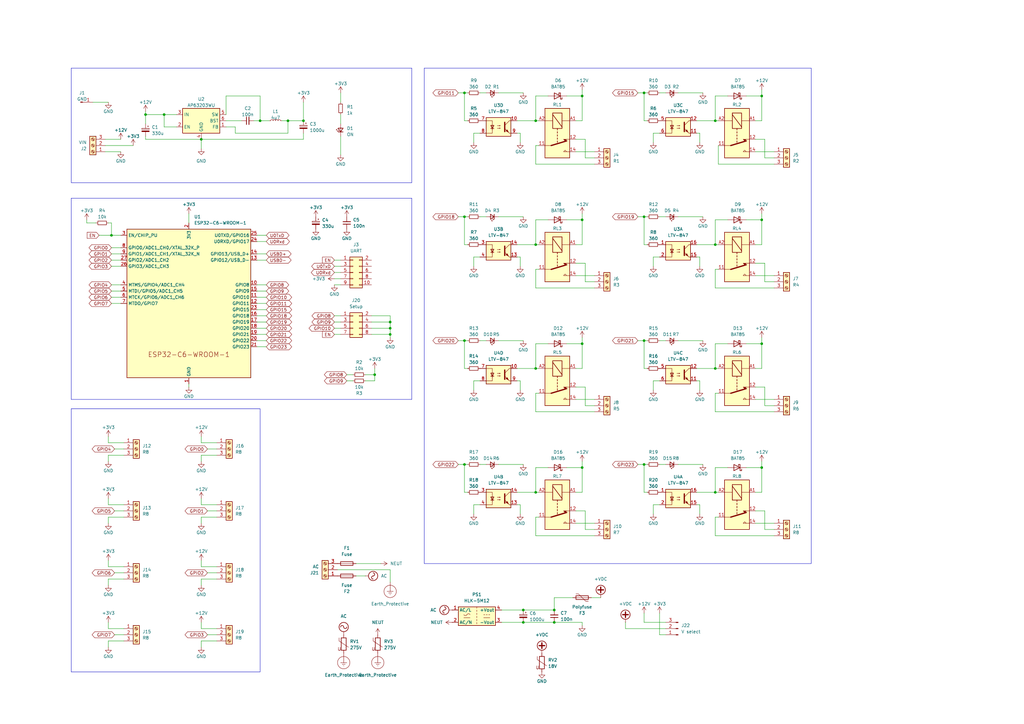
<source format=kicad_sch>
(kicad_sch (version 20250114) (generator "eeschema") (generator_version "9.0")
  (paper "A3")
  (rectangle (start 29.21 27.94) (end 168.91 74.93))
  (rectangle (start 173.99 27.94) (end 332.74 231.14))
  (rectangle (start 29.21 167.64) (end 106.68 275.59))
  (rectangle (start 29.21 81.28) (end 168.91 163.83))
  (junction (at 118.11 49.53))
  (junction (at 106.68 49.53))
  (junction (at 124.46 49.53))
  (junction (at 153.67 153.67))
  (junction (at 293.37 49.53))
  (junction (at 160.02 134.62))
  (junction (at 160.02 132.08))
  (junction (at 227.33 250.19))
  (junction (at 190.5 38.1))
  (junction (at 238.76 140.97))
  (junction (at 219.71 100.33))
  (junction (at 238.76 90.17))
  (junction (at 238.76 39.37))
  (junction (at 264.16 190.5))
  (junction (at 293.37 151.13))
  (junction (at 264.16 88.9))
  (junction (at 264.16 38.1))
  (junction (at 312.42 191.77))
  (junction (at 45.72 96.52))
  (junction (at 214.63 250.19))
  (junction (at 214.63 255.27))
  (junction (at 312.42 140.97))
  (junction (at 293.37 100.33))
  (junction (at 59.69 46.99))
  (junction (at 312.42 39.37))
  (junction (at 219.71 201.93))
  (junction (at 190.5 139.7))
  (junction (at 190.5 88.9))
  (junction (at 219.71 49.53))
  (junction (at 219.71 151.13))
  (junction (at 160.02 137.16))
  (junction (at 312.42 90.17))
  (junction (at 227.33 255.27))
  (junction (at 264.16 139.7))
  (junction (at 190.5 190.5))
  (junction (at 293.37 201.93))
  (junction (at 67.31 46.99))
  (junction (at 238.76 191.77))
  (junction (at 82.55 57.15))
  (wire (pts (xy 238.76 140.97) (xy 238.76 151.13)))
  (wire (pts (xy 139.7 46.99) (xy 139.7 50.8)))
  (wire (pts (xy 236.22 57.15) (xy 240.03 57.15)))
  (wire (pts (xy 44.45 91.44) (xy 45.72 91.44)))
  (wire (pts (xy 196.85 88.9) (xy 199.39 88.9)))
  (wire (pts (xy 264.16 38.1) (xy 265.43 38.1)))
  (wire (pts (xy 92.71 49.53) (xy 99.06 49.53)))
  (wire (pts (xy 106.68 49.53) (xy 104.14 49.53)))
  (wire (pts (xy 44.45 265.43) (xy 44.45 262.89)))
  (wire (pts (xy 312.42 90.17) (xy 312.42 100.33)))
  (wire (pts (xy 40.64 96.52) (xy 45.72 96.52)))
  (wire (pts (xy 85.09 260.35) (xy 88.9 260.35)))
  (wire (pts (xy 82.55 265.43) (xy 82.55 262.89)))
  (wire (pts (xy 96.52 54.61) (xy 96.52 52.07)))
  (wire (pts (xy 118.11 54.61) (xy 96.52 54.61)))
  (wire (pts (xy 45.72 91.44) (xy 45.72 96.52)))
  (wire (pts (xy 312.42 189.23) (xy 312.42 191.77)))
  (wire (pts (xy 270.51 251.46) (xy 270.51 260.35)))
  (wire (pts (xy 160.02 238.76) (xy 160.02 233.68)))
  (wire (pts (xy 152.4 132.08) (xy 160.02 132.08)))
  (wire (pts (xy 293.37 140.97) (xy 293.37 151.13)))
  (wire (pts (xy 190.5 201.93) (xy 190.5 190.5)))
  (wire (pts (xy 313.69 57.15) (xy 313.69 64.77)))
  (wire (pts (xy 139.7 55.88) (xy 139.7 63.5)))
  (wire (pts (xy 293.37 168.91) (xy 293.37 161.29)))
  (wire (pts (xy 149.86 153.67) (xy 153.67 153.67)))
  (wire (pts (xy 45.72 109.22) (xy 49.53 109.22)))
  (wire (pts (xy 287.02 160.02) (xy 287.02 156.21)))
  (wire (pts (xy 44.45 181.61) (xy 50.8 181.61)))
  (wire (pts (xy 213.36 105.41) (xy 212.09 105.41)))
  (wire (pts (xy 153.67 156.21) (xy 153.67 153.67)))
  (wire (pts (xy 238.76 189.23) (xy 238.76 191.77)))
  (wire (pts (xy 219.71 151.13) (xy 220.98 151.13)))
  (wire (pts (xy 312.42 201.93) (xy 309.88 201.93)))
  (wire (pts (xy 196.85 139.7) (xy 199.39 139.7)))
  (wire (pts (xy 72.39 46.99) (xy 67.31 46.99)))
  (wire (pts (xy 270.51 260.35) (xy 273.05 260.35)))
  (wire (pts (xy 77.47 157.48) (xy 77.47 158.75)))
  (wire (pts (xy 236.22 214.63) (xy 243.84 214.63)))
  (wire (pts (xy 43.18 62.23) (xy 49.53 62.23)))
  (wire (pts (xy 191.77 49.53) (xy 190.5 49.53)))
  (wire (pts (xy 82.55 257.81) (xy 88.9 257.81)))
  (wire (pts (xy 137.16 132.08) (xy 139.7 132.08)))
  (wire (pts (xy 278.13 88.9) (xy 288.29 88.9)))
  (wire (pts (xy 278.13 38.1) (xy 288.29 38.1)))
  (wire (pts (xy 219.71 67.31) (xy 219.71 59.69)))
  (wire (pts (xy 160.02 134.62) (xy 160.02 137.16)))
  (wire (pts (xy 267.97 207.01) (xy 270.51 207.01)))
  (wire (pts (xy 227.33 245.11) (xy 234.95 245.11)))
  (wire (pts (xy 190.5 100.33) (xy 190.5 88.9)))
  (wire (pts (xy 313.69 64.77) (xy 317.5 64.77)))
  (wire (pts (xy 265.43 201.93) (xy 264.16 201.93)))
  (wire (pts (xy 35.56 90.17) (xy 35.56 91.44)))
  (wire (pts (xy 44.45 189.23) (xy 44.45 186.69)))
  (wire (pts (xy 213.36 210.82) (xy 213.36 207.01)))
  (wire (pts (xy 212.09 100.33) (xy 219.71 100.33)))
  (wire (pts (xy 82.55 57.15) (xy 82.55 60.96)))
  (wire (pts (xy 238.76 90.17) (xy 238.76 100.33)))
  (wire (pts (xy 264.16 151.13) (xy 264.16 139.7)))
  (wire (pts (xy 137.16 114.3) (xy 139.7 114.3)))
  (wire (pts (xy 264.16 100.33) (xy 264.16 88.9)))
  (wire (pts (xy 256.54 255.27) (xy 256.54 257.81)))
  (wire (pts (xy 309.88 163.83) (xy 317.5 163.83)))
  (wire (pts (xy 105.41 127) (xy 109.22 127)))
  (wire (pts (xy 219.71 90.17) (xy 219.71 100.33)))
  (wire (pts (xy 105.41 119.38) (xy 109.22 119.38)))
  (wire (pts (xy 146.05 236.22) (xy 149.86 236.22)))
  (wire (pts (xy 285.75 201.93) (xy 293.37 201.93)))
  (wire (pts (xy 204.47 88.9) (xy 214.63 88.9)))
  (wire (pts (xy 219.71 219.71) (xy 219.71 212.09)))
  (wire (pts (xy 187.96 88.9) (xy 190.5 88.9)))
  (wire (pts (xy 191.77 151.13) (xy 190.5 151.13)))
  (wire (pts (xy 213.36 58.42) (xy 213.36 54.61)))
  (wire (pts (xy 312.42 36.83) (xy 312.42 39.37)))
  (wire (pts (xy 267.97 105.41) (xy 270.51 105.41)))
  (wire (pts (xy 238.76 191.77) (xy 238.76 201.93)))
  (wire (pts (xy 138.43 233.68) (xy 160.02 233.68)))
  (wire (pts (xy 265.43 49.53) (xy 264.16 49.53)))
  (wire (pts (xy 82.55 232.41) (xy 88.9 232.41)))
  (wire (pts (xy 243.84 118.11) (xy 219.71 118.11)))
  (wire (pts (xy 309.88 214.63) (xy 317.5 214.63)))
  (wire (pts (xy 105.41 129.54) (xy 109.22 129.54)))
  (wire (pts (xy 153.67 151.13) (xy 153.67 153.67)))
  (wire (pts (xy 309.88 62.23) (xy 317.5 62.23)))
  (wire (pts (xy 238.76 39.37) (xy 238.76 49.53)))
  (wire (pts (xy 267.97 210.82) (xy 267.97 207.01)))
  (wire (pts (xy 293.37 39.37) (xy 293.37 49.53)))
  (wire (pts (xy 212.09 151.13) (xy 219.71 151.13)))
  (wire (pts (xy 204.47 190.5) (xy 214.63 190.5)))
  (wire (pts (xy 194.31 105.41) (xy 196.85 105.41)))
  (wire (pts (xy 187.96 38.1) (xy 190.5 38.1)))
  (wire (pts (xy 265.43 100.33) (xy 264.16 100.33)))
  (wire (pts (xy 213.36 54.61) (xy 212.09 54.61)))
  (wire (pts (xy 44.45 179.07) (xy 44.45 181.61)))
  (wire (pts (xy 224.79 90.17) (xy 219.71 90.17)))
  (wire (pts (xy 243.84 168.91) (xy 219.71 168.91)))
  (wire (pts (xy 243.84 219.71) (xy 219.71 219.71)))
  (wire (pts (xy 232.41 90.17) (xy 238.76 90.17)))
  (wire (pts (xy 59.69 55.88) (xy 59.69 57.15)))
  (wire (pts (xy 287.02 54.61) (xy 285.75 54.61)))
  (wire (pts (xy 285.75 49.53) (xy 293.37 49.53)))
  (wire (pts (xy 152.4 134.62) (xy 160.02 134.62)))
  (wire (pts (xy 293.37 219.71) (xy 293.37 212.09)))
  (wire (pts (xy 236.22 113.03) (xy 243.84 113.03)))
  (wire (pts (xy 313.69 209.55) (xy 313.69 217.17)))
  (wire (pts (xy 312.42 49.53) (xy 309.88 49.53)))
  (wire (pts (xy 227.33 245.11) (xy 227.33 250.19)))
  (wire (pts (xy 43.18 57.15) (xy 49.53 57.15)))
  (wire (pts (xy 278.13 139.7) (xy 288.29 139.7)))
  (wire (pts (xy 124.46 57.15) (xy 82.55 57.15)))
  (wire (pts (xy 139.7 38.1) (xy 139.7 41.91)))
  (wire (pts (xy 160.02 129.54) (xy 160.02 132.08)))
  (wire (pts (xy 82.55 214.63) (xy 82.55 212.09)))
  (wire (pts (xy 219.71 118.11) (xy 219.71 110.49)))
  (wire (pts (xy 190.5 38.1) (xy 191.77 38.1)))
  (wire (pts (xy 264.16 201.93) (xy 264.16 190.5)))
  (wire (pts (xy 190.5 88.9) (xy 191.77 88.9)))
  (wire (pts (xy 224.79 140.97) (xy 219.71 140.97)))
  (wire (pts (xy 238.76 201.93) (xy 236.22 201.93)))
  (wire (pts (xy 309.88 113.03) (xy 317.5 113.03)))
  (wire (pts (xy 317.5 118.11) (xy 293.37 118.11)))
  (wire (pts (xy 160.02 132.08) (xy 160.02 134.62)))
  (wire (pts (xy 309.88 209.55) (xy 313.69 209.55)))
  (wire (pts (xy 190.5 190.5) (xy 191.77 190.5)))
  (wire (pts (xy 264.16 88.9) (xy 265.43 88.9)))
  (wire (pts (xy 219.71 201.93) (xy 220.98 201.93)))
  (wire (pts (xy 265.43 151.13) (xy 264.16 151.13)))
  (wire (pts (xy 293.37 110.49) (xy 294.64 110.49)))
  (wire (pts (xy 106.68 39.37) (xy 106.68 49.53)))
  (wire (pts (xy 270.51 190.5) (xy 273.05 190.5)))
  (wire (pts (xy 306.07 140.97) (xy 312.42 140.97)))
  (wire (pts (xy 236.22 62.23) (xy 243.84 62.23)))
  (wire (pts (xy 264.16 190.5) (xy 265.43 190.5)))
  (wire (pts (xy 45.72 121.92) (xy 49.53 121.92)))
  (wire (pts (xy 105.41 104.14) (xy 109.22 104.14)))
  (wire (pts (xy 309.88 158.75) (xy 313.69 158.75)))
  (wire (pts (xy 194.31 156.21) (xy 196.85 156.21)))
  (wire (pts (xy 137.16 111.76) (xy 139.7 111.76)))
  (wire (pts (xy 278.13 190.5) (xy 288.29 190.5)))
  (wire (pts (xy 105.41 116.84) (xy 109.22 116.84)))
  (wire (pts (xy 285.75 100.33) (xy 293.37 100.33)))
  (wire (pts (xy 312.42 100.33) (xy 309.88 100.33)))
  (wire (pts (xy 205.74 255.27) (xy 214.63 255.27)))
  (wire (pts (xy 82.55 186.69) (xy 88.9 186.69)))
  (wire (pts (xy 238.76 151.13) (xy 236.22 151.13)))
  (wire (pts (xy 224.79 39.37) (xy 219.71 39.37)))
  (wire (pts (xy 105.41 106.68) (xy 109.22 106.68)))
  (wire (pts (xy 118.11 49.53) (xy 124.46 49.53)))
  (wire (pts (xy 219.71 212.09) (xy 220.98 212.09)))
  (wire (pts (xy 44.45 214.63) (xy 44.45 212.09)))
  (wire (pts (xy 194.31 54.61) (xy 196.85 54.61)))
  (wire (pts (xy 146.05 231.14) (xy 156.21 231.14)))
  (wire (pts (xy 213.36 207.01) (xy 212.09 207.01)))
  (wire (pts (xy 224.79 191.77) (xy 219.71 191.77)))
  (wire (pts (xy 152.4 129.54) (xy 160.02 129.54)))
  (wire (pts (xy 85.09 184.15) (xy 88.9 184.15)))
  (wire (pts (xy 92.71 46.99) (xy 92.71 39.37)))
  (wire (pts (xy 44.45 212.09) (xy 50.8 212.09)))
  (wire (pts (xy 313.69 166.37) (xy 317.5 166.37)))
  (wire (pts (xy 85.09 234.95) (xy 88.9 234.95)))
  (wire (pts (xy 187.96 139.7) (xy 190.5 139.7)))
  (wire (pts (xy 219.71 161.29) (xy 220.98 161.29)))
  (wire (pts (xy 82.55 207.01) (xy 88.9 207.01)))
  (wire (pts (xy 287.02 105.41) (xy 285.75 105.41)))
  (wire (pts (xy 287.02 109.22) (xy 287.02 105.41)))
  (wire (pts (xy 293.37 118.11) (xy 293.37 110.49)))
  (wire (pts (xy 44.45 255.27) (xy 44.45 257.81)))
  (wire (pts (xy 82.55 262.89) (xy 88.9 262.89)))
  (wire (pts (xy 82.55 189.23) (xy 82.55 186.69)))
  (wire (pts (xy 44.45 262.89) (xy 50.8 262.89)))
  (wire (pts (xy 45.72 119.38) (xy 49.53 119.38)))
  (wire (pts (xy 44.45 257.81) (xy 50.8 257.81)))
  (wire (pts (xy 313.69 217.17) (xy 317.5 217.17)))
  (wire (pts (xy 45.72 116.84) (xy 49.53 116.84)))
  (wire (pts (xy 261.62 38.1) (xy 264.16 38.1)))
  (wire (pts (xy 44.45 204.47) (xy 44.45 207.01)))
  (wire (pts (xy 293.37 151.13) (xy 294.64 151.13)))
  (wire (pts (xy 219.71 59.69) (xy 220.98 59.69)))
  (wire (pts (xy 115.57 49.53) (xy 118.11 49.53)))
  (wire (pts (xy 298.45 140.97) (xy 293.37 140.97)))
  (wire (pts (xy 124.46 41.91) (xy 124.46 49.53)))
  (wire (pts (xy 44.45 207.01) (xy 50.8 207.01)))
  (wire (pts (xy 309.88 57.15) (xy 313.69 57.15)))
  (wire (pts (xy 219.71 140.97) (xy 219.71 151.13)))
  (wire (pts (xy 270.51 38.1) (xy 273.05 38.1)))
  (wire (pts (xy 105.41 142.24) (xy 109.22 142.24)))
  (wire (pts (xy 46.99 260.35) (xy 50.8 260.35)))
  (wire (pts (xy 46.99 234.95) (xy 50.8 234.95)))
  (wire (pts (xy 312.42 138.43) (xy 312.42 140.97)))
  (wire (pts (xy 270.51 88.9) (xy 273.05 88.9)))
  (wire (pts (xy 219.71 110.49) (xy 220.98 110.49)))
  (wire (pts (xy 160.02 137.16) (xy 160.02 138.43)))
  (wire (pts (xy 137.16 129.54) (xy 139.7 129.54)))
  (wire (pts (xy 85.09 209.55) (xy 88.9 209.55)))
  (wire (pts (xy 270.51 139.7) (xy 273.05 139.7)))
  (wire (pts (xy 105.41 132.08) (xy 109.22 132.08)))
  (wire (pts (xy 46.99 209.55) (xy 50.8 209.55)))
  (wire (pts (xy 261.62 139.7) (xy 264.16 139.7)))
  (wire (pts (xy 82.55 255.27) (xy 82.55 257.81)))
  (wire (pts (xy 285.75 151.13) (xy 293.37 151.13)))
  (wire (pts (xy 243.84 67.31) (xy 219.71 67.31)))
  (wire (pts (xy 44.45 186.69) (xy 50.8 186.69)))
  (wire (pts (xy 293.37 90.17) (xy 293.37 100.33)))
  (wire (pts (xy 267.97 109.22) (xy 267.97 105.41)))
  (wire (pts (xy 213.36 109.22) (xy 213.36 105.41)))
  (wire (pts (xy 267.97 54.61) (xy 270.51 54.61)))
  (wire (pts (xy 294.64 67.31) (xy 294.64 59.69)))
  (wire (pts (xy 45.72 104.14) (xy 49.53 104.14)))
  (wire (pts (xy 287.02 210.82) (xy 287.02 207.01)))
  (wire (pts (xy 312.42 140.97) (xy 312.42 151.13)))
  (wire (pts (xy 137.16 116.84) (xy 139.7 116.84)))
  (wire (pts (xy 264.16 49.53) (xy 264.16 38.1)))
  (wire (pts (xy 105.41 99.06) (xy 109.22 99.06)))
  (wire (pts (xy 240.03 57.15) (xy 240.03 64.77)))
  (wire (pts (xy 240.03 166.37) (xy 243.84 166.37)))
  (wire (pts (xy 264.16 251.46) (xy 264.16 255.27)))
  (wire (pts (xy 44.45 240.03) (xy 44.45 237.49)))
  (wire (pts (xy 264.16 255.27) (xy 273.05 255.27)))
  (wire (pts (xy 212.09 201.93) (xy 219.71 201.93)))
  (wire (pts (xy 312.42 87.63) (xy 312.42 90.17)))
  (wire (pts (xy 287.02 156.21) (xy 285.75 156.21)))
  (wire (pts (xy 105.41 121.92) (xy 109.22 121.92)))
  (wire (pts (xy 205.74 250.19) (xy 214.63 250.19)))
  (wire (pts (xy 142.24 156.21) (xy 144.78 156.21)))
  (wire (pts (xy 298.45 90.17) (xy 293.37 90.17)))
  (wire (pts (xy 213.36 160.02) (xy 213.36 156.21)))
  (wire (pts (xy 238.76 87.63) (xy 238.76 90.17)))
  (wire (pts (xy 44.45 232.41) (xy 50.8 232.41)))
  (wire (pts (xy 264.16 139.7) (xy 265.43 139.7)))
  (wire (pts (xy 293.37 49.53) (xy 294.64 49.53)))
  (wire (pts (xy 242.57 245.11) (xy 246.38 245.11)))
  (wire (pts (xy 240.03 64.77) (xy 243.84 64.77)))
  (wire (pts (xy 261.62 88.9) (xy 264.16 88.9)))
  (wire (pts (xy 293.37 100.33) (xy 294.64 100.33)))
  (wire (pts (xy 204.47 38.1) (xy 214.63 38.1)))
  (wire (pts (xy 238.76 256.54) (xy 238.76 255.27)))
  (wire (pts (xy 240.03 209.55) (xy 240.03 217.17)))
  (wire (pts (xy 240.03 158.75) (xy 240.03 166.37)))
  (wire (pts (xy 312.42 151.13) (xy 309.88 151.13)))
  (wire (pts (xy 312.42 191.77) (xy 312.42 201.93)))
  (wire (pts (xy 293.37 212.09) (xy 294.64 212.09)))
  (wire (pts (xy 190.5 49.53) (xy 190.5 38.1)))
  (wire (pts (xy 213.36 156.21) (xy 212.09 156.21)))
  (wire (pts (xy 45.72 106.68) (xy 49.53 106.68)))
  (wire (pts (xy 43.18 59.69) (xy 54.61 59.69)))
  (wire (pts (xy 139.7 106.68) (xy 137.16 106.68)))
  (wire (pts (xy 240.03 217.17) (xy 243.84 217.17)))
  (wire (pts (xy 232.41 140.97) (xy 238.76 140.97)))
  (wire (pts (xy 137.16 134.62) (xy 139.7 134.62)))
  (wire (pts (xy 187.96 190.5) (xy 190.5 190.5)))
  (wire (pts (xy 287.02 58.42) (xy 287.02 54.61)))
  (wire (pts (xy 191.77 201.93) (xy 190.5 201.93)))
  (wire (pts (xy 82.55 181.61) (xy 88.9 181.61)))
  (wire (pts (xy 190.5 151.13) (xy 190.5 139.7)))
  (wire (pts (xy 306.07 90.17) (xy 312.42 90.17)))
  (wire (pts (xy 194.31 210.82) (xy 194.31 207.01)))
  (wire (pts (xy 238.76 36.83) (xy 238.76 39.37)))
  (wire (pts (xy 67.31 46.99) (xy 67.31 52.07)))
  (wire (pts (xy 219.71 168.91) (xy 219.71 161.29)))
  (wire (pts (xy 137.16 109.22) (xy 139.7 109.22)))
  (wire (pts (xy 35.56 91.44) (xy 39.37 91.44)))
  (wire (pts (xy 309.88 107.95) (xy 313.69 107.95)))
  (wire (pts (xy 293.37 161.29) (xy 294.64 161.29)))
  (wire (pts (xy 298.45 191.77) (xy 293.37 191.77)))
  (wire (pts (xy 240.03 107.95) (xy 240.03 115.57)))
  (wire (pts (xy 204.47 139.7) (xy 214.63 139.7)))
  (wire (pts (xy 232.41 191.77) (xy 238.76 191.77)))
  (wire (pts (xy 194.31 109.22) (xy 194.31 105.41)))
  (wire (pts (xy 298.45 39.37) (xy 293.37 39.37)))
  (wire (pts (xy 236.22 163.83) (xy 243.84 163.83)))
  (wire (pts (xy 194.31 207.01) (xy 196.85 207.01)))
  (wire (pts (xy 256.54 257.81) (xy 273.05 257.81)))
  (wire (pts (xy 214.63 250.19) (xy 227.33 250.19)))
  (wire (pts (xy 238.76 138.43) (xy 238.76 140.97)))
  (wire (pts (xy 105.41 124.46) (xy 109.22 124.46)))
  (wire (pts (xy 59.69 57.15) (xy 82.55 57.15)))
  (wire (pts (xy 46.99 184.15) (xy 50.8 184.15)))
  (wire (pts (xy 105.41 134.62) (xy 109.22 134.62)))
  (wire (pts (xy 45.72 124.46) (xy 49.53 124.46)))
  (wire (pts (xy 317.5 67.31) (xy 294.64 67.31)))
  (wire (pts (xy 44.45 237.49) (xy 50.8 237.49)))
  (wire (pts (xy 313.69 158.75) (xy 313.69 166.37)))
  (wire (pts (xy 82.55 229.87) (xy 82.55 232.41)))
  (wire (pts (xy 313.69 107.95) (xy 313.69 115.57)))
  (wire (pts (xy 312.42 39.37) (xy 312.42 49.53)))
  (wire (pts (xy 219.71 39.37) (xy 219.71 49.53)))
  (wire (pts (xy 267.97 58.42) (xy 267.97 54.61)))
  (wire (pts (xy 105.41 96.52) (xy 109.22 96.52)))
  (wire (pts (xy 238.76 255.27) (xy 227.33 255.27)))
  (wire (pts (xy 219.71 100.33) (xy 220.98 100.33)))
  (wire (pts (xy 293.37 201.93) (xy 294.64 201.93)))
  (wire (pts (xy 106.68 49.53) (xy 110.49 49.53)))
  (wire (pts (xy 293.37 191.77) (xy 293.37 201.93)))
  (wire (pts (xy 105.41 139.7) (xy 109.22 139.7)))
  (wire (pts (xy 287.02 207.01) (xy 285.75 207.01)))
  (wire (pts (xy 212.09 49.53) (xy 219.71 49.53)))
  (wire (pts (xy 38.1 41.91) (xy 44.45 41.91)))
  (wire (pts (xy 45.72 96.52) (xy 49.53 96.52)))
  (wire (pts (xy 77.47 87.63) (xy 77.47 91.44)))
  (wire (pts (xy 82.55 179.07) (xy 82.55 181.61)))
  (wire (pts (xy 236.22 209.55) (xy 240.03 209.55)))
  (wire (pts (xy 124.46 54.61) (xy 124.46 57.15)))
  (wire (pts (xy 261.62 190.5) (xy 264.16 190.5)))
  (wire (pts (xy 306.07 191.77) (xy 312.42 191.77)))
  (wire (pts (xy 105.41 137.16) (xy 109.22 137.16)))
  (wire (pts (xy 219.71 49.53) (xy 220.98 49.53)))
  (wire (pts (xy 306.07 39.37) (xy 312.42 39.37)))
  (wire (pts (xy 82.55 240.03) (xy 82.55 237.49)))
  (wire (pts (xy 59.69 46.99) (xy 59.69 50.8)))
  (wire (pts (xy 96.52 52.07) (xy 92.71 52.07)))
  (wire (pts (xy 59.69 46.99) (xy 67.31 46.99)))
  (wire (pts (xy 142.24 153.67) (xy 144.78 153.67)))
  (wire (pts (xy 82.55 237.49) (xy 88.9 237.49)))
  (wire (pts (xy 219.71 191.77) (xy 219.71 201.93)))
  (wire (pts (xy 137.16 137.16) (xy 139.7 137.16)))
  (wire (pts (xy 45.72 101.6) (xy 49.53 101.6)))
  (wire (pts (xy 267.97 156.21) (xy 270.51 156.21)))
  (wire (pts (xy 214.63 255.27) (xy 227.33 255.27)))
  (wire (pts (xy 196.85 38.1) (xy 199.39 38.1)))
  (wire (pts (xy 152.4 137.16) (xy 160.02 137.16)))
  (wire (pts (xy 44.45 229.87) (xy 44.45 232.41)))
  (wire (pts (xy 317.5 219.71) (xy 293.37 219.71)))
  (wire (pts (xy 313.69 115.57) (xy 317.5 115.57)))
  (wire (pts (xy 267.97 160.02) (xy 267.97 156.21)))
  (wire (pts (xy 196.85 190.5) (xy 199.39 190.5)))
  (wire (pts (xy 236.22 107.95) (xy 240.03 107.95)))
  (wire (pts (xy 92.71 39.37) (xy 106.68 39.37)))
  (wire (pts (xy 59.69 45.72) (xy 59.69 46.99)))
  (wire (pts (xy 191.77 100.33) (xy 190.5 100.33)))
  (wire (pts (xy 118.11 49.53) (xy 118.11 54.61)))
  (wire (pts (xy 149.86 156.21) (xy 153.67 156.21)))
  (wire (pts (xy 317.5 168.91) (xy 293.37 168.91)))
  (wire (pts (xy 238.76 49.53) (xy 236.22 49.53)))
  (wire (pts (xy 238.76 100.33) (xy 236.22 100.33)))
  (wire (pts (xy 194.31 160.02) (xy 194.31 156.21)))
  (wire (pts (xy 190.5 139.7) (xy 191.77 139.7)))
  (wire (pts (xy 67.31 52.07) (xy 72.39 52.07)))
  (wire (pts (xy 82.55 204.47) (xy 82.55 207.01)))
  (wire (pts (xy 194.31 58.42) (xy 194.31 54.61)))
  (wire (pts (xy 240.03 115.57) (xy 243.84 115.57)))
  (wire (pts (xy 232.41 39.37) (xy 238.76 39.37)))
  (wire (pts (xy 82.55 212.09) (xy 88.9 212.09)))
  (wire (pts (xy 236.22 158.75) (xy 240.03 158.75)))
  (global_label "GPIO21" (shape bidirectional) (at 109.22 137.16 0) (property "Intersheetrefs" "${INTERSHEET_REFS}" (effects (hide yes))))
  (global_label "GPIO3" (shape bidirectional) (at 45.72 109.22 180) (property "Intersheetrefs" "${INTERSHEET_REFS}" (effects (hide yes))))
  (global_label "GPIO20" (shape bidirectional) (at 187.96 139.7 180) (property "Intersheetrefs" "${INTERSHEET_REFS}" (effects (hide yes))))
  (global_label "GPIO1" (shape bidirectional) (at 85.09 209.55 180) (property "Intersheetrefs" "${INTERSHEET_REFS}" (effects (hide yes))))
  (global_label "GPIO9" (shape bidirectional) (at 137.16 132.08 180) (property "Intersheetrefs" "${INTERSHEET_REFS}" (effects (hide yes))))
  (global_label "GPIO0" (shape bidirectional) (at 85.09 184.15 180) (property "Intersheetrefs" "${INTERSHEET_REFS}" (effects (hide yes))))
  (global_label "GPIO21" (shape bidirectional) (at 261.62 139.7 180) (property "Intersheetrefs" "${INTERSHEET_REFS}" (effects (hide yes))))
  (global_label "GPIO2" (shape bidirectional) (at 45.72 106.68 180) (property "Intersheetrefs" "${INTERSHEET_REFS}" (effects (hide yes))))
  (global_label "GPIO7" (shape bidirectional) (at 45.72 124.46 180) (property "Intersheetrefs" "${INTERSHEET_REFS}" (effects (hide yes))))
  (global_label "GPIO7" (shape bidirectional) (at 46.99 260.35 180) (property "Intersheetrefs" "${INTERSHEET_REFS}" (effects (hide yes))))
  (global_label "GPIO5" (shape bidirectional) (at 45.72 119.38 180) (property "Intersheetrefs" "${INTERSHEET_REFS}" (effects (hide yes))))
  (global_label "GPIO4" (shape bidirectional) (at 46.99 184.15 180) (property "Intersheetrefs" "${INTERSHEET_REFS}" (effects (hide yes))))
  (global_label "GPIO9" (shape bidirectional) (at 142.24 156.21 180) (property "Intersheetrefs" "${INTERSHEET_REFS}" (effects (hide yes))))
  (global_label "EN" (shape input) (at 40.64 96.52 180) (property "Intersheetrefs" "${INTERSHEET_REFS}" (effects (hide yes))))
  (global_label "GPIO8" (shape bidirectional) (at 109.22 116.84 0) (property "Intersheetrefs" "${INTERSHEET_REFS}" (effects (hide yes))))
  (global_label "GPIO19" (shape bidirectional) (at 109.22 132.08 0) (property "Intersheetrefs" "${INTERSHEET_REFS}" (effects (hide yes))))
  (global_label "GPIO23" (shape bidirectional) (at 261.62 190.5 180) (property "Intersheetrefs" "${INTERSHEET_REFS}" (effects (hide yes))))
  (global_label "GPIO2" (shape bidirectional) (at 85.09 234.95 180) (property "Intersheetrefs" "${INTERSHEET_REFS}" (effects (hide yes))))
  (global_label "GPIO5" (shape bidirectional) (at 46.99 209.55 180) (property "Intersheetrefs" "${INTERSHEET_REFS}" (effects (hide yes))))
  (global_label "GPIO10" (shape bidirectional) (at 137.16 134.62 180) (property "Intersheetrefs" "${INTERSHEET_REFS}" (effects (hide yes))))
  (global_label "GPIO11" (shape bidirectional) (at 109.22 124.46 0) (property "Intersheetrefs" "${INTERSHEET_REFS}" (effects (hide yes))))
  (global_label "GPIO6" (shape bidirectional) (at 46.99 234.95 180) (property "Intersheetrefs" "${INTERSHEET_REFS}" (effects (hide yes))))
  (global_label "GPIO18" (shape bidirectional) (at 187.96 88.9 180) (property "Intersheetrefs" "${INTERSHEET_REFS}" (effects (hide yes))))
  (global_label "USBD+" (shape bidirectional) (at 109.22 104.14 0) (property "Intersheetrefs" "${INTERSHEET_REFS}" (effects (hide yes))))
  (global_label "U0TxD" (shape bidirectional) (at 137.16 109.22 180) (property "Intersheetrefs" "${INTERSHEET_REFS}" (effects (hide yes))))
  (global_label "GPIO11" (shape bidirectional) (at 187.96 38.1 180) (property "Intersheetrefs" "${INTERSHEET_REFS}" (effects (hide yes))))
  (global_label "EN" (shape input) (at 137.16 106.68 180) (property "Intersheetrefs" "${INTERSHEET_REFS}" (effects (hide yes))))
  (global_label "GPIO4" (shape bidirectional) (at 45.72 116.84 180) (property "Intersheetrefs" "${INTERSHEET_REFS}" (effects (hide yes))))
  (global_label "GPIO8" (shape bidirectional) (at 142.24 153.67 180) (property "Intersheetrefs" "${INTERSHEET_REFS}" (effects (hide yes))))
  (global_label "GPIO8" (shape bidirectional) (at 137.16 129.54 180) (property "Intersheetrefs" "${INTERSHEET_REFS}" (effects (hide yes))))
  (global_label "U0TxD" (shape bidirectional) (at 109.22 96.52 0) (property "Intersheetrefs" "${INTERSHEET_REFS}" (effects (hide yes))))
  (global_label "GPIO15" (shape bidirectional) (at 261.62 38.1 180) (property "Intersheetrefs" "${INTERSHEET_REFS}" (effects (hide yes))))
  (global_label "GPIO15" (shape bidirectional) (at 109.22 127 0) (property "Intersheetrefs" "${INTERSHEET_REFS}" (effects (hide yes))))
  (global_label "GPIO1" (shape bidirectional) (at 45.72 104.14 180) (property "Intersheetrefs" "${INTERSHEET_REFS}" (effects (hide yes))))
  (global_label "U0Rxd" (shape bidirectional) (at 109.22 99.06 0) (property "Intersheetrefs" "${INTERSHEET_REFS}" (effects (hide yes))))
  (global_label "GPIO23" (shape bidirectional) (at 109.22 142.24 0) (property "Intersheetrefs" "${INTERSHEET_REFS}" (effects (hide yes))))
  (global_label "GPIO22" (shape bidirectional) (at 109.22 139.7 0) (property "Intersheetrefs" "${INTERSHEET_REFS}" (effects (hide yes))))
  (global_label "USBD-" (shape bidirectional) (at 109.22 106.68 0) (property "Intersheetrefs" "${INTERSHEET_REFS}" (effects (hide yes))))
  (global_label "GPIO22" (shape bidirectional) (at 187.96 190.5 180) (property "Intersheetrefs" "${INTERSHEET_REFS}" (effects (hide yes))))
  (global_label "GPIO6" (shape bidirectional) (at 45.72 121.92 180) (property "Intersheetrefs" "${INTERSHEET_REFS}" (effects (hide yes))))
  (global_label "GPIO10" (shape bidirectional) (at 109.22 121.92 0) (property "Intersheetrefs" "${INTERSHEET_REFS}" (effects (hide yes))))
  (global_label "EN" (shape input) (at 137.16 137.16 180) (property "Intersheetrefs" "${INTERSHEET_REFS}" (effects (hide yes))))
  (global_label "GPIO9" (shape bidirectional) (at 109.22 119.38 0) (property "Intersheetrefs" "${INTERSHEET_REFS}" (effects (hide yes))))
  (global_label "U0Rxd" (shape bidirectional) (at 137.16 111.76 180) (property "Intersheetrefs" "${INTERSHEET_REFS}" (effects (hide yes))))
  (global_label "GPIO19" (shape bidirectional) (at 261.62 88.9 180) (property "Intersheetrefs" "${INTERSHEET_REFS}" (effects (hide yes))))
  (global_label "GPIO3" (shape bidirectional) (at 85.09 260.35 180) (property "Intersheetrefs" "${INTERSHEET_REFS}" (effects (hide yes))))
  (global_label "GPIO20" (shape bidirectional) (at 109.22 134.62 0) (property "Intersheetrefs" "${INTERSHEET_REFS}" (effects (hide yes))))
  (global_label "GPIO0" (shape bidirectional) (at 45.72 101.6 180) (property "Intersheetrefs" "${INTERSHEET_REFS}" (effects (hide yes))))
  (global_label "GPIO18" (shape bidirectional) (at 109.22 129.54 0) (property "Intersheetrefs" "${INTERSHEET_REFS}" (effects (hide yes))))
  (symbol (lib_id "Connector:Screw_Terminal_01x03") (at 55.88 184.15 0) (unit 1)
    (property "Reference" "J12" (at 58.42 182.8799 0) (effects (justify left)))
    (property "Value" "R8" (at 58.42 185.4199 0) (effects (justify left)))
    (property "Footprint" "TerminalBlock_4Ucon:TerminalBlock_4Ucon_1x03_P3.50mm_Horizontal" (effects (hide yes)))
    (property "Description" "Generic screw terminal, single row, 01x03, script generated (kicad-library-utils/schlib/autogen/connector/)" (effects (hide yes)))
  )
  (symbol (lib_id "power:GND") (at 214.63 139.7 0) (unit 1)
    (property "Reference" "#PWR036" (effects (hide yes)))
    (property "Value" "GND" (at 214.63 143.51 0))
  )
  (symbol (lib_id "power:GND") (at 82.55 60.96 0) (unit 1)
    (property "Reference" "#PWR05" (effects (hide yes)))
    (property "Value" "GND" (at 82.55 66.04 0))
  )
  (symbol (lib_id "power:NEUT") (at 185.42 255.27 90) (unit 1)
    (property "Reference" "#PWR076" (effects (hide yes)))
    (property "Value" "NEUT" (at 181.61 255.2699 90) (effects (justify left)))
    (property "Description" "Power symbol creates a global label with name \"NEUT\"" (effects (hide yes)))
  )
  (symbol (lib_id "Device:LED_Small") (at 275.59 190.5 180) (unit 1)
    (property "Reference" "D15" (at 273.812 187.96 0))
    (property "Value" "R8" (at 277.1775 187.96 0))
    (property "Footprint" "LED_THT:LED_D3.0mm" (effects (hide yes)))
  )
  (symbol (lib_id "Device:R_Small") (at 267.97 38.1 90) (unit 1)
    (property "Reference" "R10" (at 267.97 33.02 90))
    (property "Value" "360" (at 267.97 35.56 90))
    (property "Footprint" "Resistor_THT:R_Axial_DIN0204_L3.6mm_D1.6mm_P2.54mm_Vertical" (effects (hide yes)))
  )
  (symbol (lib_id "power:+3V3") (at 44.45 204.47 0) (unit 1)
    (property "Reference" "#PWR050" (effects (hide yes)))
    (property "Value" "+3V3" (at 44.45 200.66 0))
  )
  (symbol (lib_id "power:GND") (at 160.02 138.43 0) (unit 1)
    (property "Reference" "#PWR012" (effects (hide yes)))
    (property "Value" "GND" (at 160.02 142.24 0))
  )
  (symbol (lib_id "Connector:Screw_Terminal_01x03") (at 248.92 115.57 0) (unit 1)
    (property "Reference" "J6" (at 251.46 114.2999 0) (effects (justify left)))
    (property "Value" "R3" (at 251.46 116.8399 0) (effects (justify left)))
    (property "Footprint" "TerminalBlock_4Ucon:TerminalBlock_4Ucon_1x03_P3.50mm_Horizontal" (effects (hide yes)))
    (property "Description" "Generic screw terminal, single row, 01x03, script generated (kicad-library-utils/schlib/autogen/connector/)" (effects (hide yes)))
  )
  (symbol (lib_id "Diode:BAT85") (at 302.26 191.77 180) (unit 1)
    (property "Reference" "D17" (at 302.5775 185.42 0))
    (property "Value" "BAT85" (at 302.5775 187.96 0))
    (property "Footprint" "Diode_THT:D_DO-35_SOD27_P7.62mm_Horizontal" (effects (hide yes)))
    (property "Datasheet" "https://assets.nexperia.com/documents/data-sheet/BAT85.pdf" (effects (hide yes)))
    (property "Description" "30V 0.2A Schottky barrier single diode, DO-35" (effects (hide yes)))
  )
  (symbol (lib_id "power:GND") (at 214.63 38.1 0) (unit 1)
    (property "Reference" "#PWR024" (effects (hide yes)))
    (property "Value" "GND" (at 214.63 41.91 0))
  )
  (symbol (lib_id "Diode:BAT85") (at 302.26 140.97 180) (unit 1)
    (property "Reference" "D13" (at 302.5775 134.62 0))
    (property "Value" "BAT85" (at 302.5775 137.16 0))
    (property "Footprint" "Diode_THT:D_DO-35_SOD27_P7.62mm_Horizontal" (effects (hide yes)))
    (property "Datasheet" "https://assets.nexperia.com/documents/data-sheet/BAT85.pdf" (effects (hide yes)))
    (property "Description" "30V 0.2A Schottky barrier single diode, DO-35" (effects (hide yes)))
  )
  (symbol (lib_id "power:+VDC") (at 222.25 267.97 0) (unit 1)
    (property "Reference" "#PWR083" (effects (hide yes)))
    (property "Value" "+VDC" (at 222.25 260.35 0))
    (property "Description" "Power symbol creates a global label with name \"+VDC\"" (effects (hide yes)))
  )
  (symbol (lib_id "power:GND") (at 82.55 189.23 0) (unit 1)
    (property "Reference" "#PWR057" (effects (hide yes)))
    (property "Value" "GND" (at 82.55 193.04 0))
  )
  (symbol (lib_id "Connector_Generic:Conn_02x04_Odd_Even") (at 144.78 132.08 0) (unit 1)
    (property "Reference" "J20" (at 146.05 123.19 0))
    (property "Value" "Setup" (at 146.05 125.73 0))
    (property "Footprint" "Connector_PinHeader_2.54mm:PinHeader_2x04_P2.54mm_Vertical" (effects (hide yes)))
    (property "Description" "Generic connector, double row, 02x04, odd/even pin numbering scheme (row 1 odd numbers, row 2 even numbers), script generated (kicad-library-utils/schlib/autogen/connector/)" (effects (hide yes)))
  )
  (symbol (lib_id "Device:R_Small") (at 267.97 151.13 90) (unit 1)
    (property "Reference" "R16" (at 267.97 146.05 90))
    (property "Value" "360" (at 267.97 148.59 90))
    (property "Footprint" "Resistor_THT:R_Axial_DIN0204_L3.6mm_D1.6mm_P2.54mm_Vertical" (effects (hide yes)))
  )
  (symbol (lib_id "Device:R_Small") (at 147.32 156.21 90) (mirror x) (unit 1)
    (property "Reference" "R3" (at 147.32 161.29 90))
    (property "Value" "10k" (at 147.32 158.75 90))
    (property "Footprint" "Resistor_THT:R_Axial_DIN0204_L3.6mm_D1.6mm_P2.54mm_Vertical" (effects (hide yes)))
  )
  (symbol (lib_id "power:+12V") (at 238.76 189.23 0) (unit 1)
    (property "Reference" "#PWR046" (effects (hide yes)))
    (property "Value" "+12V" (at 238.76 185.42 0))
  )
  (symbol (lib_id "Connector:Screw_Terminal_01x03") (at 248.92 64.77 0) (unit 1)
    (property "Reference" "J4" (at 251.46 63.4999 0) (effects (justify left)))
    (property "Value" "R1" (at 251.46 66.0399 0) (effects (justify left)))
    (property "Footprint" "TerminalBlock_4Ucon:TerminalBlock_4Ucon_1x03_P3.50mm_Horizontal" (effects (hide yes)))
    (property "Description" "Generic screw terminal, single row, 01x03, script generated (kicad-library-utils/schlib/autogen/connector/)" (effects (hide yes)))
  )
  (symbol (lib_id "Device:C_Polarized_Small") (at 124.46 52.07 0) (mirror y) (unit 1)
    (property "Reference" "C3" (at 127 50.8889 0) (effects (justify right)))
    (property "Value" "1000u" (at 127 53.4289 0) (effects (justify right)))
    (property "Footprint" "Capacitor_THT:CP_Radial_D8.0mm_P3.50mm" (effects (hide yes)))
  )
  (symbol (lib_id "Device:L_Small") (at 113.03 49.53 90) (unit 1)
    (property "Reference" "L1" (at 113.03 45.72 90))
    (property "Value" "4u7" (at 113.03 48.26 90))
    (property "Footprint" "Inductor_THT:L_Radial_D7.5mm_P3.50mm_Fastron_07P" (effects (hide yes)))
  )
  (symbol (lib_id "Device:R_Small") (at 267.97 201.93 90) (unit 1)
    (property "Reference" "R20" (at 267.97 196.85 90))
    (property "Value" "360" (at 267.97 199.39 90))
    (property "Footprint" "Resistor_THT:R_Axial_DIN0204_L3.6mm_D1.6mm_P2.54mm_Vertical" (effects (hide yes)))
  )
  (symbol (lib_id "Device:R_Small") (at 139.7 44.45 0) (unit 1)
    (property "Reference" "R1" (at 142.24 43.815 0) (effects (justify left)))
    (property "Value" "1k" (at 142.24 46.355 0) (effects (justify left)))
    (property "Footprint" "Resistor_THT:R_Axial_DIN0204_L3.6mm_D1.6mm_P2.54mm_Vertical" (effects (hide yes)))
  )
  (symbol (lib_id "power:GND") (at 142.24 93.98 0) (unit 1)
    (property "Reference" "#PWR067" (effects (hide yes)))
    (property "Value" "GND" (at 142.24 97.79 0))
  )
  (symbol (lib_id "power:+3V3") (at 44.45 229.87 0) (unit 1)
    (property "Reference" "#PWR052" (effects (hide yes)))
    (property "Value" "+3V3" (at 44.45 226.06 0))
  )
  (symbol (lib_id "power:Earth_Protective") (at 154.94 267.97 0) (unit 1)
    (property "Reference" "#PWR080" (effects (hide yes)))
    (property "Value" "Earth_Protective" (at 154.94 276.86 0))
    (property "Description" "Power symbol creates a global label with name \"Earth_Protective\"" (effects (hide yes)))
  )
  (symbol (lib_id "jb_missing:RM87N") (at 309.88 100.33 270) (unit 1)
    (property "Reference" "RL4" (at 302.26 93.726 90))
    (property "Footprint" "jb_missing:RM87N" (effects (hide yes)))
  )
  (symbol (lib_id "Device:Fuse") (at 142.24 236.22 90) (mirror x) (unit 1)
    (property "Reference" "F2" (at 142.24 242.57 90))
    (property "Value" "Fuse" (at 142.24 240.03 90))
    (property "Footprint" "Fuse:Fuseholder_Cylinder-5x20mm_EATON_HBV_Vertical_Closed" (effects (hide yes)))
    (property "Description" "Fuse" (effects (hide yes)))
  )
  (symbol (lib_id "Device:R_Small") (at 194.31 88.9 90) (unit 1)
    (property "Reference" "R11" (at 194.31 83.82 90))
    (property "Value" "360" (at 194.31 86.36 90))
    (property "Footprint" "Resistor_THT:R_Axial_DIN0204_L3.6mm_D1.6mm_P2.54mm_Vertical" (effects (hide yes)))
  )
  (symbol (lib_id "power:AC") (at 149.86 236.22 270) (unit 1)
    (property "Reference" "#PWR073" (effects (hide yes)))
    (property "Value" "AC" (at 156.21 236.2199 90) (effects (justify left)))
    (property "Description" "Power symbol creates a global label with name \"AC\"" (effects (hide yes)))
  )
  (symbol (lib_id "power:+3V3") (at 35.56 90.17 0) (unit 1)
    (property "Reference" "#PWR015" (effects (hide yes)))
    (property "Value" "+3V3" (at 35.56 86.36 0))
  )
  (symbol (lib_id "power:NEUT") (at 156.21 231.14 270) (unit 1)
    (property "Reference" "#PWR074" (effects (hide yes)))
    (property "Value" "NEUT" (at 160.02 231.1399 90) (effects (justify left)))
    (property "Description" "Power symbol creates a global label with name \"NEUT\"" (effects (hide yes)))
  )
  (symbol (lib_id "Device:Varistor") (at 154.94 264.16 0) (unit 1)
    (property "Reference" "RV3" (at 157.48 263.0832 0) (effects (justify left)))
    (property "Value" "275V" (at 157.48 265.6232 0) (effects (justify left)))
    (property "Footprint" "Varistor:RV_Disc_D21.5mm_W4.3mm_P10mm" (effects (hide yes)))
    (property "Description" "Voltage dependent resistor" (effects (hide yes)))
    (property "Sim.Name" "kicad_builtin_varistor" (effects (hide yes)))
    (property "Sim.Device" "SUBCKT" (effects (hide yes)))
    (property "Sim.Pins" "1=A 2=B" (effects (hide yes)))
    (property "Sim.Params" "threshold=1k" (effects (hide yes)))
    (property "Sim.Library" "${KICAD9_SYMBOL_DIR}/Simulation_SPICE.sp" (effects (hide yes)))
  )
  (symbol (lib_id "power:GND") (at 194.31 210.82 0) (unit 1)
    (property "Reference" "#PWR040" (effects (hide yes)))
    (property "Value" "GND" (at 194.31 214.63 0))
  )
  (symbol (lib_id "power:+3V3") (at 139.7 38.1 0) (unit 1)
    (property "Reference" "#PWR07" (effects (hide yes)))
    (property "Value" "+3V3" (at 139.7 34.29 0))
  )
  (symbol (lib_id "Device:R_Small") (at 194.31 49.53 90) (unit 1)
    (property "Reference" "R5" (at 194.31 44.45 90))
    (property "Value" "360" (at 194.31 46.99 90))
    (property "Footprint" "Resistor_THT:R_Axial_DIN0204_L3.6mm_D1.6mm_P2.54mm_Vertical" (effects (hide yes)))
  )
  (symbol (lib_id "jb_missing:RM87N") (at 309.88 49.53 270) (unit 1)
    (property "Reference" "RL2" (at 302.26 42.926 90))
    (property "Footprint" "jb_missing:RM87N" (effects (hide yes)))
  )
  (symbol (lib_id "power:GND") (at 222.25 275.59 0) (unit 1)
    (property "Reference" "#PWR084" (effects (hide yes)))
    (property "Value" "GND" (at 222.25 279.4 0))
  )
  (symbol (lib_id "Connector_Generic:Conn_02x05_Odd_Even") (at 144.78 111.76 0) (unit 1)
    (property "Reference" "J3" (at 146.05 100.33 0))
    (property "Value" "UART" (at 146.05 102.87 0))
    (property "Footprint" "Connector_PinHeader_2.54mm:PinHeader_2x05_P2.54mm_Vertical" (effects (hide yes)))
    (property "Description" "Generic connector, double row, 02x05, odd/even pin numbering scheme (row 1 odd numbers, row 2 even numbers), script generated (kicad-library-utils/schlib/autogen/connector/)" (effects (hide yes)))
  )
  (symbol (lib_id "Device:LED_Small") (at 201.93 139.7 180) (unit 1)
    (property "Reference" "D10" (at 200.152 137.16 0))
    (property "Value" "R5" (at 203.5175 137.16 0))
    (property "Footprint" "LED_THT:LED_D3.0mm" (effects (hide yes)))
  )
  (symbol (lib_id "Connector:Screw_Terminal_01x03") (at 248.92 166.37 0) (unit 1)
    (property "Reference" "J8" (at 251.46 165.0999 0) (effects (justify left)))
    (property "Value" "R5" (at 251.46 167.6399 0) (effects (justify left)))
    (property "Footprint" "TerminalBlock_4Ucon:TerminalBlock_4Ucon_1x03_P3.50mm_Horizontal" (effects (hide yes)))
    (property "Description" "Generic screw terminal, single row, 01x03, script generated (kicad-library-utils/schlib/autogen/connector/)" (effects (hide yes)))
  )
  (symbol (lib_id "power:GND") (at 194.31 58.42 0) (unit 1)
    (property "Reference" "#PWR016" (effects (hide yes)))
    (property "Value" "GND" (at 194.31 62.23 0))
  )
  (symbol (lib_id "power:GND") (at 82.55 214.63 0) (unit 1)
    (property "Reference" "#PWR059" (effects (hide yes)))
    (property "Value" "GND" (at 82.55 218.44 0))
  )
  (symbol (lib_id "power:GND") (at 214.63 190.5 0) (unit 1)
    (property "Reference" "#PWR044" (effects (hide yes)))
    (property "Value" "GND" (at 214.63 194.31 0))
  )
  (symbol (lib_id "power:GND") (at 139.7 63.5 0) (unit 1)
    (property "Reference" "#PWR08" (effects (hide yes)))
    (property "Value" "GND" (at 139.7 67.31 0))
  )
  (symbol (lib_id "power:+3V3") (at 270.51 251.46 0) (unit 1)
    (property "Reference" "#PWR072" (effects (hide yes)))
    (property "Value" "+3V3" (at 270.51 247.65 0))
  )
  (symbol (lib_id "Device:C_Small") (at 101.6 49.53 90) (unit 1)
    (property "Reference" "C2" (at 101.6063 44.45 90))
    (property "Value" "100n" (at 101.6063 46.99 90))
    (property "Footprint" "Capacitor_THT:C_Disc_D5.0mm_W2.5mm_P5.00mm" (effects (hide yes)))
  )
  (symbol (lib_id "Diode:BAT85") (at 228.6 90.17 180) (unit 1)
    (property "Reference" "D8" (at 228.9175 83.82 0))
    (property "Value" "BAT85" (at 228.9175 86.36 0))
    (property "Footprint" "Diode_THT:D_DO-35_SOD27_P7.62mm_Horizontal" (effects (hide yes)))
    (property "Datasheet" "https://assets.nexperia.com/documents/data-sheet/BAT85.pdf" (effects (hide yes)))
    (property "Description" "30V 0.2A Schottky barrier single diode, DO-35" (effects (hide yes)))
  )
  (symbol (lib_id "Connector:Screw_Terminal_01x03") (at 322.58 115.57 0) (unit 1)
    (property "Reference" "J7" (at 325.12 114.2999 0) (effects (justify left)))
    (property "Value" "R4" (at 325.12 116.8399 0) (effects (justify left)))
    (property "Footprint" "TerminalBlock_4Ucon:TerminalBlock_4Ucon_1x03_P3.50mm_Horizontal" (effects (hide yes)))
    (property "Description" "Generic screw terminal, single row, 01x03, script generated (kicad-library-utils/schlib/autogen/connector/)" (effects (hide yes)))
  )
  (symbol (lib_id "power:GND") (at 44.45 265.43 0) (unit 1)
    (property "Reference" "#PWR055" (effects (hide yes)))
    (property "Value" "GND" (at 44.45 269.24 0))
  )
  (symbol (lib_id "power:GND") (at 287.02 160.02 0) (unit 1)
    (property "Reference" "#PWR035" (effects (hide yes)))
    (property "Value" "GND" (at 287.02 163.83 0))
  )
  (symbol (lib_id "power:GND") (at 287.02 58.42 0) (unit 1)
    (property "Reference" "#PWR019" (effects (hide yes)))
    (property "Value" "GND" (at 287.02 62.23 0))
  )
  (symbol (lib_id "Device:C_Polarized_Small") (at 214.63 252.73 0) (mirror y) (unit 1)
    (property "Reference" "C6" (at 217.17 251.5489 0) (effects (justify right)))
    (property "Value" "1000u" (at 217.17 254.0889 0) (effects (justify right)))
    (property "Footprint" "Capacitor_THT:CP_Radial_D8.0mm_P3.50mm" (effects (hide yes)))
  )
  (symbol (lib_id "Connector:Screw_Terminal_01x03") (at 93.98 260.35 0) (unit 1)
    (property "Reference" "J19" (at 96.52 259.0799 0) (effects (justify left)))
    (property "Value" "R8" (at 96.52 261.6199 0) (effects (justify left)))
    (property "Footprint" "TerminalBlock_4Ucon:TerminalBlock_4Ucon_1x03_P3.50mm_Horizontal" (effects (hide yes)))
    (property "Description" "Generic screw terminal, single row, 01x03, script generated (kicad-library-utils/schlib/autogen/connector/)" (effects (hide yes)))
  )
  (symbol (lib_id "jb_missing:RM87N") (at 309.88 201.93 270) (unit 1)
    (property "Reference" "RL8" (at 302.26 195.326 90))
    (property "Footprint" "jb_missing:RM87N" (effects (hide yes)))
  )
  (symbol (lib_id "power:AC") (at 185.42 250.19 90) (unit 1)
    (property "Reference" "#PWR075" (effects (hide yes)))
    (property "Value" "AC" (at 179.07 250.1899 90) (effects (justify left)))
    (property "Description" "Power symbol creates a global label with name \"AC\"" (effects (hide yes)))
  )
  (symbol (lib_id "Connector:Screw_Terminal_01x03") (at 322.58 217.17 0) (unit 1)
    (property "Reference" "J11" (at 325.12 215.8999 0) (effects (justify left)))
    (property "Value" "R8" (at 325.12 218.4399 0) (effects (justify left)))
    (property "Footprint" "TerminalBlock_4Ucon:TerminalBlock_4Ucon_1x03_P3.50mm_Horizontal" (effects (hide yes)))
    (property "Description" "Generic screw terminal, single row, 01x03, script generated (kicad-library-utils/schlib/autogen/connector/)" (effects (hide yes)))
  )
  (symbol (lib_id "power:GND") (at 288.29 88.9 0) (unit 1)
    (property "Reference" "#PWR027" (effects (hide yes)))
    (property "Value" "GND" (at 288.29 92.71 0))
  )
  (symbol (lib_id "power:+3V3") (at 129.54 88.9 0) (unit 1)
    (property "Reference" "#PWR064" (effects (hide yes)))
    (property "Value" "+3V3" (at 129.54 85.09 0))
  )
  (symbol (lib_id "power:+12V") (at 312.42 189.23 0) (unit 1)
    (property "Reference" "#PWR047" (effects (hide yes)))
    (property "Value" "+12V" (at 312.42 185.42 0))
  )
  (symbol (lib_id "power:GND") (at 214.63 88.9 0) (unit 1)
    (property "Reference" "#PWR026" (effects (hide yes)))
    (property "Value" "GND" (at 214.63 92.71 0))
  )
  (symbol (lib_id "power:GND") (at 129.54 93.98 0) (unit 1)
    (property "Reference" "#PWR065" (effects (hide yes)))
    (property "Value" "GND" (at 129.54 97.79 0))
  )
  (symbol (lib_id "power:GND") (at 287.02 109.22 0) (unit 1)
    (property "Reference" "#PWR023" (effects (hide yes)))
    (property "Value" "GND" (at 287.02 113.03 0))
  )
  (symbol (lib_id "power:GND") (at 194.31 109.22 0) (unit 1)
    (property "Reference" "#PWR020" (effects (hide yes)))
    (property "Value" "GND" (at 194.31 113.03 0))
  )
  (symbol (lib_id "Device:R_Small") (at 267.97 100.33 90) (unit 1)
    (property "Reference" "R8" (at 267.97 95.25 90))
    (property "Value" "360" (at 267.97 97.79 90))
    (property "Footprint" "Resistor_THT:R_Axial_DIN0204_L3.6mm_D1.6mm_P2.54mm_Vertical" (effects (hide yes)))
  )
  (symbol (lib_id "power:GND") (at 44.45 214.63 0) (unit 1)
    (property "Reference" "#PWR051" (effects (hide yes)))
    (property "Value" "GND" (at 44.45 218.44 0))
  )
  (symbol (lib_id "Device:Varistor") (at 222.25 271.78 0) (unit 1)
    (property "Reference" "RV2" (at 224.79 270.7032 0) (effects (justify left)))
    (property "Value" "18V" (at 224.79 273.2432 0) (effects (justify left)))
    (property "Footprint" "Varistor:RV_Disc_D7mm_W3.4mm_P5mm" (effects (hide yes)))
    (property "Description" "Voltage dependent resistor" (effects (hide yes)))
    (property "Sim.Name" "kicad_builtin_varistor" (effects (hide yes)))
    (property "Sim.Device" "SUBCKT" (effects (hide yes)))
    (property "Sim.Pins" "1=A 2=B" (effects (hide yes)))
    (property "Sim.Params" "threshold=1k" (effects (hide yes)))
    (property "Sim.Library" "${KICAD9_SYMBOL_DIR}/Simulation_SPICE.sp" (effects (hide yes)))
  )
  (symbol (lib_id "Connector:Screw_Terminal_01x03") (at 55.88 234.95 0) (unit 1)
    (property "Reference" "J14" (at 58.42 233.6799 0) (effects (justify left)))
    (property "Value" "R8" (at 58.42 236.2199 0) (effects (justify left)))
    (property "Footprint" "TerminalBlock_4Ucon:TerminalBlock_4Ucon_1x03_P3.50mm_Horizontal" (effects (hide yes)))
    (property "Description" "Generic screw terminal, single row, 01x03, script generated (kicad-library-utils/schlib/autogen/connector/)" (effects (hide yes)))
  )
  (symbol (lib_id "power:+12V") (at 312.42 87.63 0) (unit 1)
    (property "Reference" "#PWR031" (effects (hide yes)))
    (property "Value" "+12V" (at 312.42 83.82 0))
  )
  (symbol (lib_id "Isolator:LTV-847") (at 204.47 52.07 0) (unit 4)
    (property "Reference" "U3" (at 204.47 43.18 0))
    (property "Value" "LTV-847" (at 204.47 45.72 0))
    (property "Footprint" "Package_DIP:DIP-16_W7.62mm" (effects (hide yes)))
    (property "Datasheet" "http://optoelectronics.liteon.com/upload/download/DS-70-96-0016/LTV-8X7%20series.PDF" (effects (hide yes)))
    (property "Description" "Quad DC Optocoupler, Vce 35V, CTR 50%, DIP-16" (effects (hide yes)))
  )
  (symbol (lib_id "Connector:Screw_Terminal_01x03") (at 93.98 184.15 0) (unit 1)
    (property "Reference" "J16" (at 96.52 182.8799 0) (effects (justify left)))
    (property "Value" "R8" (at 96.52 185.4199 0) (effects (justify left)))
    (property "Footprint" "TerminalBlock_4Ucon:TerminalBlock_4Ucon_1x03_P3.50mm_Horizontal" (effects (hide yes)))
    (property "Description" "Generic screw terminal, single row, 01x03, script generated (kicad-library-utils/schlib/autogen/connector/)" (effects (hide yes)))
  )
  (symbol (lib_id "power:NEUT") (at 154.94 260.35 0) (unit 1)
    (property "Reference" "#PWR078" (effects (hide yes)))
    (property "Value" "NEUT" (at 154.94 255.27 0))
    (property "Description" "Power symbol creates a global label with name \"NEUT\"" (effects (hide yes)))
  )
  (symbol (lib_id "Device:Varistor") (at 140.97 264.16 0) (unit 1)
    (property "Reference" "RV1" (at 143.51 263.0832 0) (effects (justify left)))
    (property "Value" "275V" (at 143.51 265.6232 0) (effects (justify left)))
    (property "Footprint" "Varistor:RV_Disc_D21.5mm_W4.3mm_P10mm" (effects (hide yes)))
    (property "Description" "Voltage dependent resistor" (effects (hide yes)))
    (property "Sim.Name" "kicad_builtin_varistor" (effects (hide yes)))
    (property "Sim.Device" "SUBCKT" (effects (hide yes)))
    (property "Sim.Pins" "1=A 2=B" (effects (hide yes)))
    (property "Sim.Params" "threshold=1k" (effects (hide yes)))
    (property "Sim.Library" "${KICAD9_SYMBOL_DIR}/Simulation_SPICE.sp" (effects (hide yes)))
  )
  (symbol (lib_id "Isolator:LTV-847") (at 204.47 153.67 0) (unit 4)
    (property "Reference" "U4" (at 204.47 144.78 0))
    (property "Value" "LTV-847" (at 204.47 147.32 0))
    (property "Footprint" "Package_DIP:DIP-16_W7.62mm" (effects (hide yes)))
    (property "Datasheet" "http://optoelectronics.liteon.com/upload/download/DS-70-96-0016/LTV-8X7%20series.PDF" (effects (hide yes)))
    (property "Description" "Quad DC Optocoupler, Vce 35V, CTR 50%, DIP-16" (effects (hide yes)))
  )
  (symbol (lib_id "power:+12V") (at 59.69 45.72 0) (unit 1)
    (property "Reference" "#PWR04" (effects (hide yes)))
    (property "Value" "+12V" (at 59.69 41.91 0))
  )
  (symbol (lib_id "power:GND") (at 213.36 160.02 0) (unit 1)
    (property "Reference" "#PWR034" (effects (hide yes)))
    (property "Value" "GND" (at 213.36 163.83 0))
  )
  (symbol (lib_id "jb_missing:RM87N") (at 236.22 100.33 270) (unit 1)
    (property "Reference" "RL3" (at 228.6 93.726 90))
    (property "Footprint" "jb_missing:RM87N" (effects (hide yes)))
  )
  (symbol (lib_id "jb_missing:RM87N") (at 236.22 49.53 270) (unit 1)
    (property "Reference" "RL1" (at 228.6 42.926 90))
    (property "Footprint" "jb_missing:RM87N" (effects (hide yes)))
  )
  (symbol (lib_id "jb_missing:RM87N") (at 309.88 151.13 270) (unit 1)
    (property "Reference" "RL6" (at 302.26 144.526 90))
    (property "Footprint" "jb_missing:RM87N" (effects (hide yes)))
  )
  (symbol (lib_id "power:+12V") (at 82.55 204.47 0) (unit 1)
    (property "Reference" "#PWR058" (effects (hide yes)))
    (property "Value" "+12V" (at 82.55 200.66 0))
  )
  (symbol (lib_id "power:+12V") (at 312.42 138.43 0) (unit 1)
    (property "Reference" "#PWR039" (effects (hide yes)))
    (property "Value" "+12V" (at 312.42 134.62 0))
  )
  (symbol (lib_id "power:+3V3") (at 54.61 59.69 0) (unit 1)
    (property "Reference" "#PWR068" (effects (hide yes)))
    (property "Value" "+3V3" (at 54.61 55.88 0))
  )
  (symbol (lib_id "Isolator:LTV-847") (at 278.13 204.47 0) (unit 1)
    (property "Reference" "U4" (at 278.13 195.58 0))
    (property "Value" "LTV-847" (at 278.13 198.12 0))
    (property "Footprint" "Package_DIP:DIP-16_W7.62mm" (effects (hide yes)))
    (property "Datasheet" "http://optoelectronics.liteon.com/upload/download/DS-70-96-0016/LTV-8X7%20series.PDF" (effects (hide yes)))
    (property "Description" "Quad DC Optocoupler, Vce 35V, CTR 50%, DIP-16" (effects (hide yes)))
  )
  (symbol (lib_id "Device:LED_Small") (at 201.93 88.9 180) (unit 1)
    (property "Reference" "D4" (at 200.152 86.36 0))
    (property "Value" "R3" (at 203.5175 86.36 0))
    (property "Footprint" "LED_THT:LED_D3.0mm" (effects (hide yes)))
  )
  (symbol (lib_id "Isolator:LTV-847") (at 278.13 153.67 0) (unit 3)
    (property "Reference" "U4" (at 278.13 144.78 0))
    (property "Value" "LTV-847" (at 278.13 147.32 0))
    (property "Footprint" "Package_DIP:DIP-16_W7.62mm" (effects (hide yes)))
    (property "Datasheet" "http://optoelectronics.liteon.com/upload/download/DS-70-96-0016/LTV-8X7%20series.PDF" (effects (hide yes)))
    (property "Description" "Quad DC Optocoupler, Vce 35V, CTR 50%, DIP-16" (effects (hide yes)))
  )
  (symbol (lib_id "Device:R_Small") (at 194.31 201.93 90) (unit 1)
    (property "Reference" "R18" (at 194.31 196.85 90))
    (property "Value" "360" (at 194.31 199.39 90))
    (property "Footprint" "Resistor_THT:R_Axial_DIN0204_L3.6mm_D1.6mm_P2.54mm_Vertical" (effects (hide yes)))
  )
  (symbol (lib_id "Device:R_Small") (at 194.31 38.1 90) (unit 1)
    (property "Reference" "R9" (at 194.31 33.02 90))
    (property "Value" "360" (at 194.31 35.56 90))
    (property "Footprint" "Resistor_THT:R_Axial_DIN0204_L3.6mm_D1.6mm_P2.54mm_Vertical" (effects (hide yes)))
  )
  (symbol (lib_id "Isolator:LTV-847") (at 278.13 102.87 0) (unit 1)
    (property "Reference" "U3" (at 278.13 93.98 0))
    (property "Value" "LTV-847" (at 278.13 96.52 0))
    (property "Footprint" "Package_DIP:DIP-16_W7.62mm" (effects (hide yes)))
    (property "Datasheet" "http://optoelectronics.liteon.com/upload/download/DS-70-96-0016/LTV-8X7%20series.PDF" (effects (hide yes)))
    (property "Description" "Quad DC Optocoupler, Vce 35V, CTR 50%, DIP-16" (effects (hide yes)))
  )
  (symbol (lib_id "Connector:Screw_Terminal_01x03") (at 38.1 59.69 180) (unit 1)
    (property "Reference" "J2" (at 35.56 60.9601 0) (effects (justify left)))
    (property "Value" "VIN" (at 35.56 58.4201 0) (effects (justify left)))
    (property "Footprint" "TerminalBlock_4Ucon:TerminalBlock_4Ucon_1x03_P3.50mm_Horizontal" (effects (hide yes)))
    (property "Description" "Generic screw terminal, single row, 01x03, script generated (kicad-library-utils/schlib/autogen/connector/)" (effects (hide yes)))
  )
  (symbol (lib_id "Diode:BAT85") (at 228.6 39.37 180) (unit 1)
    (property "Reference" "D6" (at 228.9175 33.02 0))
    (property "Value" "BAT85" (at 228.9175 35.56 0))
    (property "Footprint" "Diode_THT:D_DO-35_SOD27_P7.62mm_Horizontal" (effects (hide yes)))
    (property "Datasheet" "https://assets.nexperia.com/documents/data-sheet/BAT85.pdf" (effects (hide yes)))
    (property "Description" "30V 0.2A Schottky barrier single diode, DO-35" (effects (hide yes)))
  )
  (symbol (lib_id "power:GND") (at 238.76 256.54 0) (unit 1)
    (property "Reference" "#PWR070" (effects (hide yes)))
    (property "Value" "GND" (at 238.76 260.35 0))
  )
  (symbol (lib_id "Device:LED_Small") (at 275.59 38.1 180) (unit 1)
    (property "Reference" "D3" (at 273.812 35.56 0))
    (property "Value" "R2" (at 277.1775 35.56 0))
    (property "Footprint" "LED_THT:LED_D3.0mm" (effects (hide yes)))
  )
  (symbol (lib_id "Connector:Conn_01x03_Pin") (at 278.13 257.81 180) (unit 1)
    (property "Reference" "J22" (at 279.4 256.5399 0) (effects (justify right)))
    (property "Value" "V select" (at 279.4 259.0799 0) (effects (justify right)))
    (property "Footprint" "Connector_PinHeader_2.54mm:PinHeader_1x03_P2.54mm_Vertical" (effects (hide yes)))
    (property "Description" "Generic connector, single row, 01x03, script generated" (effects (hide yes)))
  )
  (symbol (lib_id "power:+3V3") (at 153.67 151.13 0) (unit 1)
    (property "Reference" "#PWR011" (effects (hide yes)))
    (property "Value" "+3V3" (at 153.67 147.32 0))
  )
  (symbol (lib_id "power:+VDC") (at 246.38 245.11 0) (unit 1)
    (property "Reference" "#PWR081" (effects (hide yes)))
    (property "Value" "+VDC" (at 246.38 237.49 0))
    (property "Description" "Power symbol creates a global label with name \"+VDC\"" (effects (hide yes)))
  )
  (symbol (lib_id "power:Earth_Protective") (at 140.97 267.97 0) (unit 1)
    (property "Reference" "#PWR079" (effects (hide yes)))
    (property "Value" "Earth_Protective" (at 140.97 276.86 0))
    (property "Description" "Power symbol creates a global label with name \"Earth_Protective\"" (effects (hide yes)))
  )
  (symbol (lib_id "power:GND") (at 49.53 62.23 0) (unit 1)
    (property "Reference" "#PWR03" (effects (hide yes)))
    (property "Value" "GND" (at 49.53 66.04 0))
  )
  (symbol (lib_id "Device:R_Small") (at 194.31 139.7 90) (unit 1)
    (property "Reference" "R13" (at 194.31 134.62 90))
    (property "Value" "360" (at 194.31 137.16 90))
    (property "Footprint" "Resistor_THT:R_Axial_DIN0204_L3.6mm_D1.6mm_P2.54mm_Vertical" (effects (hide yes)))
  )
  (symbol (lib_id "jb_missing:RM87N") (at 236.22 151.13 270) (unit 1)
    (property "Reference" "RL5" (at 228.6 144.526 90))
    (property "Footprint" "jb_missing:RM87N" (effects (hide yes)))
  )
  (symbol (lib_id "power:GND") (at 213.36 109.22 0) (unit 1)
    (property "Reference" "#PWR021" (effects (hide yes)))
    (property "Value" "GND" (at 213.36 113.03 0))
  )
  (symbol (lib_id "Connector:Screw_Terminal_01x03") (at 55.88 209.55 0) (unit 1)
    (property "Reference" "J13" (at 58.42 208.2799 0) (effects (justify left)))
    (property "Value" "R8" (at 58.42 210.8199 0) (effects (justify left)))
    (property "Footprint" "TerminalBlock_4Ucon:TerminalBlock_4Ucon_1x03_P3.50mm_Horizontal" (effects (hide yes)))
    (property "Description" "Generic screw terminal, single row, 01x03, script generated (kicad-library-utils/schlib/autogen/connector/)" (effects (hide yes)))
  )
  (symbol (lib_id "power:GND") (at 288.29 139.7 0) (unit 1)
    (property "Reference" "#PWR037" (effects (hide yes)))
    (property "Value" "GND" (at 288.29 143.51 0))
  )
  (symbol (lib_id "power:AC") (at 140.97 260.35 0) (unit 1)
    (property "Reference" "#PWR077" (effects (hide yes)))
    (property "Value" "AC" (at 140.97 252.73 0))
    (property "Description" "Power symbol creates a global label with name \"AC\"" (effects (hide yes)))
  )
  (symbol (lib_id "power:+3V3") (at 44.45 179.07 0) (unit 1)
    (property "Reference" "#PWR048" (effects (hide yes)))
    (property "Value" "+3V3" (at 44.45 175.26 0))
  )
  (symbol (lib_id "power:GND") (at 44.45 189.23 0) (unit 1)
    (property "Reference" "#PWR049" (effects (hide yes)))
    (property "Value" "GND" (at 44.45 193.04 0))
  )
  (symbol (lib_id "Isolator:LTV-847") (at 278.13 52.07 0) (unit 3)
    (property "Reference" "U3" (at 278.13 43.18 0))
    (property "Value" "LTV-847" (at 278.13 45.72 0))
    (property "Footprint" "Package_DIP:DIP-16_W7.62mm" (effects (hide yes)))
    (property "Datasheet" "http://optoelectronics.liteon.com/upload/download/DS-70-96-0016/LTV-8X7%20series.PDF" (effects (hide yes)))
    (property "Description" "Quad DC Optocoupler, Vce 35V, CTR 50%, DIP-16" (effects (hide yes)))
  )
  (symbol (lib_id "Device:LED_Small") (at 201.93 38.1 180) (unit 1)
    (property "Reference" "D2" (at 200.152 35.56 0))
    (property "Value" "R1" (at 203.5175 35.56 0))
    (property "Footprint" "LED_THT:LED_D3.0mm" (effects (hide yes)))
  )
  (symbol (lib_id "Converter_ACDC:HLK-5M12") (at 195.58 252.73 0) (unit 1)
    (property "Reference" "PS1" (at 195.58 243.84 0))
    (property "Value" "HLK-5M12" (at 195.58 246.38 0))
    (property "Footprint" "Converter_ACDC:Converter_ACDC_Hi-Link_HLK-5Mxx" (effects (hide yes)))
    (property "Datasheet" "http://h.hlktech.com/download/ACDC%E7%94%B5%E6%BA%90%E6%A8%A1%E5%9D%975W%E7%B3%BB%E5%88%97/1/%E6%B5%B7%E5%87%8C%E7%A7%915W%E7%B3%BB%E5%88%97%E7%94%B5%E6%BA%90%E6%A8%A1%E5%9D%97%E8%A7%84%E6%A0%BC%E4%B9%A6V2.8.pdf" (effects (hide yes)))
    (property "Description" "Compact AC/DC board mount power module 5W, 12V 0.420A" (effects (hide yes)))
  )
  (symbol (lib_id "Isolator:LTV-847") (at 204.47 102.87 0) (unit 2)
    (property "Reference" "U3" (at 204.47 93.98 0))
    (property "Value" "LTV-847" (at 204.47 96.52 0))
    (property "Footprint" "Package_DIP:DIP-16_W7.62mm" (effects (hide yes)))
    (property "Datasheet" "http://optoelectronics.liteon.com/upload/download/DS-70-96-0016/LTV-8X7%20series.PDF" (effects (hide yes)))
    (property "Description" "Quad DC Optocoupler, Vce 35V, CTR 50%, DIP-16" (effects (hide yes)))
  )
  (symbol (lib_id "Connector:Screw_Terminal_01x03") (at 133.35 233.68 180) (unit 1)
    (property "Reference" "J21" (at 130.81 234.9501 0) (effects (justify left)))
    (property "Value" "AC" (at 130.81 232.4101 0) (effects (justify left)))
    (property "Footprint" "TerminalBlock_4Ucon:TerminalBlock_4Ucon_1x03_P3.50mm_Horizontal" (effects (hide yes)))
    (property "Description" "Generic screw terminal, single row, 01x03, script generated (kicad-library-utils/schlib/autogen/connector/)" (effects (hide yes)))
  )
  (symbol (lib_id "power:+12V") (at 264.16 251.46 0) (unit 1)
    (property "Reference" "#PWR071" (effects (hide yes)))
    (property "Value" "+12V" (at 264.16 247.65 0))
  )
  (symbol (lib_id "power:GND") (at 213.36 210.82 0) (unit 1)
    (property "Reference" "#PWR042" (effects (hide yes)))
    (property "Value" "GND" (at 213.36 214.63 0))
  )
  (symbol (lib_id "power:+12V") (at 82.55 179.07 0) (unit 1)
    (property "Reference" "#PWR056" (effects (hide yes)))
    (property "Value" "+12V" (at 82.55 175.26 0))
  )
  (symbol (lib_id "power:GND") (at 137.16 116.84 0) (unit 1)
    (property "Reference" "#PWR010" (effects (hide yes)))
    (property "Value" "GND" (at 137.16 120.65 0))
  )
  (symbol (lib_id "power:GND") (at 77.47 158.75 0) (unit 1)
    (property "Reference" "#PWR014" (effects (hide yes)))
    (property "Value" "GND" (at 77.47 162.56 0))
  )
  (symbol (lib_id "power:+3V3") (at 44.45 255.27 0) (unit 1)
    (property "Reference" "#PWR054" (effects (hide yes)))
    (property "Value" "+3V3" (at 44.45 251.46 0))
  )
  (symbol (lib_id "power:+12V") (at 82.55 255.27 0) (unit 1)
    (property "Reference" "#PWR062" (effects (hide yes)))
    (property "Value" "+12V" (at 82.55 251.46 0))
  )
  (symbol (lib_id "power:GND") (at 267.97 58.42 0) (unit 1)
    (property "Reference" "#PWR018" (effects (hide yes)))
    (property "Value" "GND" (at 267.97 62.23 0))
  )
  (symbol (lib_id "Device:R_Small") (at 267.97 190.5 90) (unit 1)
    (property "Reference" "R19" (at 267.97 185.42 90))
    (property "Value" "360" (at 267.97 187.96 90))
    (property "Footprint" "Resistor_THT:R_Axial_DIN0204_L3.6mm_D1.6mm_P2.54mm_Vertical" (effects (hide yes)))
  )
  (symbol (lib_id "power:GND") (at 267.97 109.22 0) (unit 1)
    (property "Reference" "#PWR022" (effects (hide yes)))
    (property "Value" "GND" (at 267.97 113.03 0))
  )
  (symbol (lib_id "Connector:Conn_01x01_Pin") (at 33.02 41.91 0) (unit 1)
    (property "Reference" "J1" (at 33.655 38.1 0))
    (property "Value" "GND" (at 33.655 40.64 0))
    (property "Footprint" "Connector_Pin:Pin_D1.0mm_L10.0mm" (effects (hide yes)))
  )
  (symbol (lib_id "Connector:Screw_Terminal_01x03") (at 55.88 260.35 0) (unit 1)
    (property "Reference" "J15" (at 58.42 259.0799 0) (effects (justify left)))
    (property "Value" "R8" (at 58.42 261.6199 0) (effects (justify left)))
    (property "Footprint" "TerminalBlock_4Ucon:TerminalBlock_4Ucon_1x03_P3.50mm_Horizontal" (effects (hide yes)))
    (property "Description" "Generic screw terminal, single row, 01x03, script generated (kicad-library-utils/schlib/autogen/connector/)" (effects (hide yes)))
  )
  (symbol (lib_id "power:+3V3") (at 77.47 87.63 0) (unit 1)
    (property "Reference" "#PWR013" (effects (hide yes)))
    (property "Value" "+3V3" (at 77.47 83.82 0))
  )
  (symbol (lib_id "Device:R_Small") (at 41.91 91.44 90) (unit 1)
    (property "Reference" "R4" (at 41.91 86.36 90))
    (property "Value" "10k" (at 41.91 88.9 90))
    (property "Footprint" "Resistor_THT:R_Axial_DIN0204_L3.6mm_D1.6mm_P2.54mm_Vertical" (effects (hide yes)))
  )
  (symbol (lib_id "Diode:BAT85") (at 228.6 140.97 180) (unit 1)
    (property "Reference" "D12" (at 228.9175 134.62 0))
    (property "Value" "BAT85" (at 228.9175 137.16 0))
    (property "Footprint" "Diode_THT:D_DO-35_SOD27_P7.62mm_Horizontal" (effects (hide yes)))
    (property "Datasheet" "https://assets.nexperia.com/documents/data-sheet/BAT85.pdf" (effects (hide yes)))
    (property "Description" "30V 0.2A Schottky barrier single diode, DO-35" (effects (hide yes)))
  )
  (symbol (lib_id "power:GND") (at 288.29 38.1 0) (unit 1)
    (property "Reference" "#PWR025" (effects (hide yes)))
    (property "Value" "GND" (at 288.29 41.91 0))
  )
  (symbol (lib_id "power:+3V3") (at 124.46 41.91 0) (unit 1)
    (property "Reference" "#PWR06" (effects (hide yes)))
    (property "Value" "+3V3" (at 124.46 38.1 0))
  )
  (symbol (lib_id "power:GND") (at 82.55 240.03 0) (unit 1)
    (property "Reference" "#PWR061" (effects (hide yes)))
    (property "Value" "GND" (at 82.55 243.84 0))
  )
  (symbol (lib_id "Regulator_Switching:AP63203WU") (at 82.55 49.53 0) (unit 1)
    (property "Reference" "U2" (at 82.55 40.64 0))
    (property "Value" "AP63203WU" (at 82.55 43.18 0))
    (property "Footprint" "Package_TO_SOT_SMD:TSOT-23-6" (effects (hide yes)))
    (property "Datasheet" "https://www.diodes.com/assets/Datasheets/AP63200-AP63201-AP63203-AP63205.pdf" (effects (hide yes)))
  )
  (symbol (lib_id "Connector:Screw_Terminal_01x03") (at 93.98 209.55 0) (unit 1)
    (property "Reference" "J17" (at 96.52 208.2799 0) (effects (justify left)))
    (property "Value" "R8" (at 96.52 210.8199 0) (effects (justify left)))
    (property "Footprint" "TerminalBlock_4Ucon:TerminalBlock_4Ucon_1x03_P3.50mm_Horizontal" (effects (hide yes)))
    (property "Description" "Generic screw terminal, single row, 01x03, script generated (kicad-library-utils/schlib/autogen/connector/)" (effects (hide yes)))
  )
  (symbol (lib_id "jb_missing:RM87N") (at 236.22 201.93 270) (unit 1)
    (property "Reference" "RL7" (at 228.6 195.326 90))
    (property "Footprint" "jb_missing:RM87N" (effects (hide yes)))
  )
  (symbol (lib_id "power:+3V3") (at 142.24 88.9 0) (unit 1)
    (property "Reference" "#PWR066" (effects (hide yes)))
    (property "Value" "+3V3" (at 142.24 85.09 0))
  )
  (symbol (lib_id "Connector:Screw_Terminal_01x03") (at 322.58 166.37 0) (unit 1)
    (property "Reference" "J9" (at 325.12 165.0999 0) (effects (justify left)))
    (property "Value" "R6" (at 325.12 167.6399 0) (effects (justify left)))
    (property "Footprint" "TerminalBlock_4Ucon:TerminalBlock_4Ucon_1x03_P3.50mm_Horizontal" (effects (hide yes)))
    (property "Description" "Generic screw terminal, single row, 01x03, script generated (kicad-library-utils/schlib/autogen/connector/)" (effects (hide yes)))
  )
  (symbol (lib_id "power:+12V") (at 238.76 87.63 0) (unit 1)
    (property "Reference" "#PWR030" (effects (hide yes)))
    (property "Value" "+12V" (at 238.76 83.82 0))
  )
  (symbol (lib_id "Device:R_Small") (at 147.32 153.67 90) (unit 1)
    (property "Reference" "R2" (at 147.32 148.59 90))
    (property "Value" "10k" (at 147.32 151.13 90))
    (property "Footprint" "Resistor_THT:R_Axial_DIN0204_L3.6mm_D1.6mm_P2.54mm_Vertical" (effects (hide yes)))
  )
  (symbol (lib_id "Device:C_Polarized_Small") (at 129.54 91.44 0) (mirror y) (unit 1)
    (property "Reference" "C4" (at 132.08 90.2589 0) (effects (justify right)))
    (property "Value" "330u" (at 132.08 92.7989 0) (effects (justify right)))
    (property "Footprint" "Capacitor_THT:CP_Radial_D8.0mm_P3.50mm" (effects (hide yes)))
  )
  (symbol (lib_id "power:+12V") (at 312.42 36.83 0) (unit 1)
    (property "Reference" "#PWR029" (effects (hide yes)))
    (property "Value" "+12V" (at 312.42 33.02 0))
  )
  (symbol (lib_id "power:+3V3") (at 137.16 114.3 90) (unit 1)
    (property "Reference" "#PWR09" (effects (hide yes)))
    (property "Value" "+3V3" (at 133.35 114.2999 90) (effects (justify left)))
  )
  (symbol (lib_id "Device:LED_Small") (at 139.7 53.34 90) (unit 1)
    (property "Reference" "D1" (at 142.24 52.6415 90) (effects (justify right)))
    (property "Value" "ON" (at 142.24 55.1815 90) (effects (justify right)))
    (property "Footprint" "LED_THT:LED_D3.0mm" (effects (hide yes)))
  )
  (symbol (lib_id "Isolator:LTV-847") (at 204.47 204.47 0) (unit 2)
    (property "Reference" "U4" (at 204.47 195.58 0))
    (property "Value" "LTV-847" (at 204.47 198.12 0))
    (property "Footprint" "Package_DIP:DIP-16_W7.62mm" (effects (hide yes)))
    (property "Datasheet" "http://optoelectronics.liteon.com/upload/download/DS-70-96-0016/LTV-8X7%20series.PDF" (effects (hide yes)))
    (property "Description" "Quad DC Optocoupler, Vce 35V, CTR 50%, DIP-16" (effects (hide yes)))
  )
  (symbol (lib_id "Device:R_Small") (at 194.31 190.5 90) (unit 1)
    (property "Reference" "R17" (at 194.31 185.42 90))
    (property "Value" "360" (at 194.31 187.96 90))
    (property "Footprint" "Resistor_THT:R_Axial_DIN0204_L3.6mm_D1.6mm_P2.54mm_Vertical" (effects (hide yes)))
  )
  (symbol (lib_id "Device:R_Small") (at 267.97 88.9 90) (unit 1)
    (property "Reference" "R12" (at 267.97 83.82 90))
    (property "Value" "360" (at 267.97 86.36 90))
    (property "Footprint" "Resistor_THT:R_Axial_DIN0204_L3.6mm_D1.6mm_P2.54mm_Vertical" (effects (hide yes)))
  )
  (symbol (lib_id "power:+VDC") (at 256.54 255.27 0) (unit 1)
    (property "Reference" "#PWR082" (effects (hide yes)))
    (property "Value" "+VDC" (at 256.54 247.65 0))
    (property "Description" "Power symbol creates a global label with name \"+VDC\"" (effects (hide yes)))
  )
  (symbol (lib_id "power:Earth_Protective") (at 160.02 238.76 0) (unit 1)
    (property "Reference" "#PWR069" (effects (hide yes)))
    (property "Value" "Earth_Protective" (at 160.02 247.65 0))
    (property "Description" "Power symbol creates a global label with name \"Earth_Protective\"" (effects (hide yes)))
  )
  (symbol (lib_id "Device:Polyfuse") (at 238.76 245.11 90) (mirror x) (unit 1)
    (property "Reference" "F3" (at 238.76 251.46 90))
    (property "Value" "Polyfuse" (at 238.76 248.92 90))
    (property "Footprint" "Capacitor_THT:C_Disc_D8.0mm_W2.5mm_P5.00mm" (effects (hide yes)))
    (property "Description" "Resettable fuse, polymeric positive temperature coefficient" (effects (hide yes)))
  )
  (symbol (lib_id "power:GND") (at 82.55 265.43 0) (unit 1)
    (property "Reference" "#PWR063" (effects (hide yes)))
    (property "Value" "GND" (at 82.55 269.24 0))
  )
  (symbol (lib_id "power:+12V") (at 238.76 138.43 0) (unit 1)
    (property "Reference" "#PWR038" (effects (hide yes)))
    (property "Value" "+12V" (at 238.76 134.62 0))
  )
  (symbol (lib_id "Connector:Screw_Terminal_01x03") (at 93.98 234.95 0) (unit 1)
    (property "Reference" "J18" (at 96.52 233.6799 0) (effects (justify left)))
    (property "Value" "R8" (at 96.52 236.2199 0) (effects (justify left)))
    (property "Footprint" "TerminalBlock_4Ucon:TerminalBlock_4Ucon_1x03_P3.50mm_Horizontal" (effects (hide yes)))
    (property "Description" "Generic screw terminal, single row, 01x03, script generated (kicad-library-utils/schlib/autogen/connector/)" (effects (hide yes)))
  )
  (symbol (lib_id "Device:R_Small") (at 267.97 49.53 90) (unit 1)
    (property "Reference" "R6" (at 267.97 44.45 90))
    (property "Value" "360" (at 267.97 46.99 90))
    (property "Footprint" "Resistor_THT:R_Axial_DIN0204_L3.6mm_D1.6mm_P2.54mm_Vertical" (effects (hide yes)))
  )
  (symbol (lib_id "Diode:BAT85") (at 228.6 191.77 180) (unit 1)
    (property "Reference" "D16" (at 228.9175 185.42 0))
    (property "Value" "BAT85" (at 228.9175 187.96 0))
    (property "Footprint" "Diode_THT:D_DO-35_SOD27_P7.62mm_Horizontal" (effects (hide yes)))
    (property "Datasheet" "https://assets.nexperia.com/documents/data-sheet/BAT85.pdf" (effects (hide yes)))
    (property "Description" "30V 0.2A Schottky barrier single diode, DO-35" (effects (hide yes)))
  )
  (symbol (lib_id "Connector:Screw_Terminal_01x03") (at 322.58 64.77 0) (unit 1)
    (property "Reference" "J5" (at 325.12 63.4999 0) (effects (justify left)))
    (property "Value" "R2" (at 325.12 66.0399 0) (effects (justify left)))
    (property "Footprint" "TerminalBlock_4Ucon:TerminalBlock_4Ucon_1x03_P3.50mm_Horizontal" (effects (hide yes)))
    (property "Description" "Generic screw terminal, single row, 01x03, script generated (kicad-library-utils/schlib/autogen/connector/)" (effects (hide yes)))
  )
  (symbol (lib_id "Device:R_Small") (at 194.31 151.13 90) (unit 1)
    (property "Reference" "R14" (at 194.31 146.05 90))
    (property "Value" "360" (at 194.31 148.59 90))
    (property "Footprint" "Resistor_THT:R_Axial_DIN0204_L3.6mm_D1.6mm_P2.54mm_Vertical" (effects (hide yes)))
  )
  (symbol (lib_id "Espressif:ESP32-C6-WROOM-1") (at 77.47 124.46 0) (unit 1)
    (property "Reference" "U1" (at 79.6133 88.9 0) (effects (justify left)))
    (property "Value" "ESP32-C6-WROOM-1" (at 79.6133 91.44 0) (effects (justify left)))
    (property "Footprint" "Espressif:ESP32-C6-WROOM-1" (effects (hide yes)))
    (property "Datasheet" "https://www.espressif.com/sites/default/files/documentation/esp32-c6-wroom-1_wroom-1u_datasheet_en.pdf" (effects (hide yes)))
    (property "Description" "ESP32-C6-WROOM-1/U is a module that supports 2.4 GHz Wi-Fi 6 (802.11 ax), Bluetooth® 5 (LE), Zigbee and Thread (802.15.4)" (effects (hide yes)))
  )
  (symbol (lib_id "power:GND") (at 267.97 160.02 0) (unit 1)
    (property "Reference" "#PWR033" (effects (hide yes)))
    (property "Value" "GND" (at 267.97 163.83 0))
  )
  (symbol (lib_id "Device:C_Small") (at 227.33 252.73 180) (unit 1)
    (property "Reference" "C7" (at 229.87 251.4535 0) (effects (justify right)))
    (property "Value" "100n" (at 229.87 253.9935 0) (effects (justify right)))
    (property "Footprint" "Capacitor_THT:C_Disc_D5.0mm_W2.5mm_P5.00mm" (effects (hide yes)))
  )
  (symbol (lib_id "Device:LED_Small") (at 201.93 190.5 180) (unit 1)
    (property "Reference" "D14" (at 200.152 187.96 0))
    (property "Value" "R6" (at 203.5175 187.96 0))
    (property "Footprint" "LED_THT:LED_D3.0mm" (effects (hide yes)))
  )
  (symbol (lib_id "power:+12V") (at 49.53 57.15 0) (unit 1)
    (property "Reference" "#PWR02" (effects (hide yes)))
    (property "Value" "+12V" (at 49.53 53.34 0))
  )
  (symbol (lib_id "power:GND") (at 287.02 210.82 0) (unit 1)
    (property "Reference" "#PWR043" (effects (hide yes)))
    (property "Value" "GND" (at 287.02 214.63 0))
  )
  (symbol (lib_id "Device:C_Small") (at 142.24 91.44 180) (unit 1)
    (property "Reference" "C5" (at 144.78 90.1635 0) (effects (justify right)))
    (property "Value" "100n" (at 144.78 92.7035 0) (effects (justify right)))
    (property "Footprint" "Capacitor_THT:C_Disc_D5.0mm_W2.5mm_P5.00mm" (effects (hide yes)))
  )
  (symbol (lib_id "Device:C_Polarized_Small") (at 59.69 53.34 0) (mirror y) (unit 1)
    (property "Reference" "C1" (at 62.23 52.1589 0) (effects (justify right)))
    (property "Value" "330u" (at 62.23 54.6989 0) (effects (justify right)))
    (property "Footprint" "Capacitor_THT:CP_Radial_D8.0mm_P3.50mm" (effects (hide yes)))
  )
  (symbol (lib_id "Device:LED_Small") (at 275.59 88.9 180) (unit 1)
    (property "Reference" "D5" (at 273.812 86.36 0))
    (property "Value" "R4" (at 277.1775 86.36 0))
    (property "Footprint" "LED_THT:LED_D3.0mm" (effects (hide yes)))
  )
  (symbol (lib_id "power:GND") (at 44.45 41.91 0) (unit 1)
    (property "Reference" "#PWR01" (effects (hide yes)))
    (property "Value" "GND" (at 44.45 45.72 0))
  )
  (symbol (lib_id "power:GND") (at 288.29 190.5 0) (unit 1)
    (property "Reference" "#PWR045" (effects (hide yes)))
    (property "Value" "GND" (at 288.29 194.31 0))
  )
  (symbol (lib_id "Diode:BAT85") (at 302.26 39.37 180) (unit 1)
    (property "Reference" "D7" (at 302.5775 33.02 0))
    (property "Value" "BAT85" (at 302.5775 35.56 0))
    (property "Footprint" "Diode_THT:D_DO-35_SOD27_P7.62mm_Horizontal" (effects (hide yes)))
    (property "Datasheet" "https://assets.nexperia.com/documents/data-sheet/BAT85.pdf" (effects (hide yes)))
    (property "Description" "30V 0.2A Schottky barrier single diode, DO-35" (effects (hide yes)))
  )
  (symbol (lib_id "Device:Fuse") (at 142.24 231.14 90) (unit 1)
    (property "Reference" "F1" (at 142.24 224.79 90))
    (property "Value" "Fuse" (at 142.24 227.33 90))
    (property "Footprint" "Fuse:Fuseholder_Cylinder-5x20mm_EATON_HBV_Vertical_Closed" (effects (hide yes)))
    (property "Description" "Fuse" (effects (hide yes)))
  )
  (symbol (lib_id "Connector:Screw_Terminal_01x03") (at 248.92 217.17 0) (unit 1)
    (property "Reference" "J10" (at 251.46 215.8999 0) (effects (justify left)))
    (property "Value" "R7" (at 251.46 218.4399 0) (effects (justify left)))
    (property "Footprint" "TerminalBlock_4Ucon:TerminalBlock_4Ucon_1x03_P3.50mm_Horizontal" (effects (hide yes)))
    (property "Description" "Generic screw terminal, single row, 01x03, script generated (kicad-library-utils/schlib/autogen/connector/)" (effects (hide yes)))
  )
  (symbol (lib_id "power:+12V") (at 82.55 229.87 0) (unit 1)
    (property "Reference" "#PWR060" (effects (hide yes)))
    (property "Value" "+12V" (at 82.55 226.06 0))
  )
  (symbol (lib_id "power:GND") (at 213.36 58.42 0) (unit 1)
    (property "Reference" "#PWR017" (effects (hide yes)))
    (property "Value" "GND" (at 213.36 62.23 0))
  )
  (symbol (lib_id "Device:LED_Small") (at 275.59 139.7 180) (unit 1)
    (property "Reference" "D11" (at 273.812 137.16 0))
    (property "Value" "R7" (at 277.1775 137.16 0))
    (property "Footprint" "LED_THT:LED_D3.0mm" (effects (hide yes)))
  )
  (symbol (lib_id "power:GND") (at 267.97 210.82 0) (unit 1)
    (property "Reference" "#PWR041" (effects (hide yes)))
    (property "Value" "GND" (at 267.97 214.63 0))
  )
  (symbol (lib_id "power:+12V") (at 238.76 36.83 0) (unit 1)
    (property "Reference" "#PWR028" (effects (hide yes)))
    (property "Value" "+12V" (at 238.76 33.02 0))
  )
  (symbol (lib_id "Device:R_Small") (at 194.31 100.33 90) (unit 1)
    (property "Reference" "R7" (at 194.31 95.25 90))
    (property "Value" "360" (at 194.31 97.79 90))
    (property "Footprint" "Resistor_THT:R_Axial_DIN0204_L3.6mm_D1.6mm_P2.54mm_Vertical" (effects (hide yes)))
  )
  (symbol (lib_id "Diode:BAT85") (at 302.26 90.17 180) (unit 1)
    (property "Reference" "D9" (at 302.5775 83.82 0))
    (property "Value" "BAT85" (at 302.5775 86.36 0))
    (property "Footprint" "Diode_THT:D_DO-35_SOD27_P7.62mm_Horizontal" (effects (hide yes)))
    (property "Datasheet" "https://assets.nexperia.com/documents/data-sheet/BAT85.pdf" (effects (hide yes)))
    (property "Description" "30V 0.2A Schottky barrier single diode, DO-35" (effects (hide yes)))
  )
  (symbol (lib_id "power:GND") (at 44.45 240.03 0) (unit 1)
    (property "Reference" "#PWR053" (effects (hide yes)))
    (property "Value" "GND" (at 44.45 243.84 0))
  )
  (symbol (lib_id "Device:R_Small") (at 267.97 139.7 90) (unit 1)
    (property "Reference" "R15" (at 267.97 134.62 90))
    (property "Value" "360" (at 267.97 137.16 90))
    (property "Footprint" "Resistor_THT:R_Axial_DIN0204_L3.6mm_D1.6mm_P2.54mm_Vertical" (effects (hide yes)))
  )
  (symbol (lib_id "power:GND") (at 194.31 160.02 0) (unit 1)
    (property "Reference" "#PWR032" (effects (hide yes)))
    (property "Value" "GND" (at 194.31 163.83 0))
  )
)
</source>
